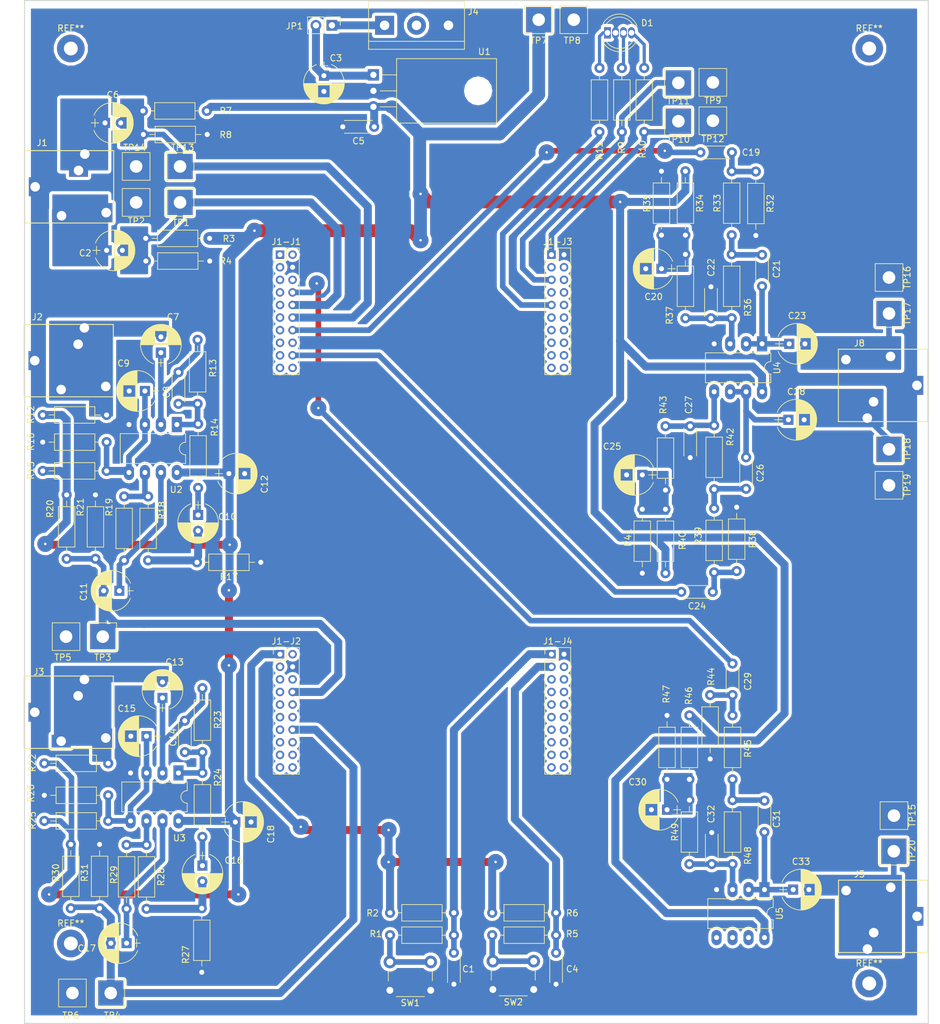
<source format=kicad_pcb>
(kicad_pcb (version 4) (host pcbnew 4.0.7-e2-6376~58~ubuntu16.04.1)
  (title_block (title "Tarjeta de expansión para el launchpad LAUNCHXL-F28377S") (date 2017-09-26) (rev V2) (company "LabDSP, UNAM") (comment 4 PCB))
  (layers (0 F.Cu signal) (31 B.Cu signal) (34 B.Paste user) (35 F.Paste user) (36 B.SilkS user) (37 F.SilkS user) (38 B.Mask user) (39 F.Mask user) (44 Edge.Cuts user))
  (net 0 "")
  (net 1 /Mic_Amp1/Voff)
  (net 2 GND)
  (net 3 /Mic_Amp1/Vpre)
  (net 4 +12V)
  (net 5 "Net-(C7-Pad1)")
  (net 6 "Net-(C8-Pad1)")
  (net 7 /Mic_Amp2/Voff)
  (net 8 "Net-(C10-Pad1)")
  (net 9 /Mic_Amp2/Vpre)
  (net 10 "Net-(C11-Pad1)")
  (net 11 /Mic_1)
  (net 12 /ADC_A0)
  (net 13 /Mic_2)
  (net 14 /ADC_A1)
  (net 15 "Net-(C13-Pad1)")
  (net 16 "Net-(C14-Pad1)")
  (net 17 "Net-(C16-Pad1)")
  (net 18 "Net-(C17-Pad1)")
  (net 19 /ADC_A2)
  (net 20 "Net-(C19-Pad1)")
  (net 21 "Net-(C20-Pad1)")
  (net 22 /ADC_A3)
  (net 23 /GPIO_2)
  (net 24 /Aux_L)
  (net 25 /ADC_B2)
  (net 26 "Net-(C3-Pad1)")
  (net 27 /GPIO_3)
  (net 28 /Aux_R)
  (net 29 "Net-(C21-Pad1)")
  (net 30 "Net-(C21-Pad2)")
  (net 31 /DAC_Filter1/Voff)
  (net 32 /Out_L)
  (net 33 "Net-(C24-Pad1)")
  (net 34 "Net-(C25-Pad1)")
  (net 35 "Net-(C26-Pad1)")
  (net 36 "Net-(C26-Pad2)")
  (net 37 /DAC_Filter2/Voff)
  (net 38 /Out_R)
  (net 39 "Net-(C29-Pad1)")
  (net 40 /ADC_B1)
  (net 41 "Net-(C30-Pad1)")
  (net 42 "Net-(C31-Pad1)")
  (net 43 "Net-(C31-Pad2)")
  (net 44 /DAC_Filter3/Voff)
  (net 45 /Out_M)
  (net 46 +3V3)
  (net 47 /PWM_8A)
  (net 48 /PWM_9A)
  (net 49 VCC)
  (net 50 "Net-(R1-Pad2)")
  (net 51 "Net-(R5-Pad2)")
  (net 52 "Net-(R18-Pad1)")
  (net 53 "Net-(R28-Pad1)")
  (net 54 "Net-(D1-Pad1)")
  (net 55 "Net-(D1-Pad3)")
  (net 56 "Net-(D1-Pad4)")
  (net 57 /ADC_B4)
  (net 58 /PWM_7A)
  (module Resistors_THT:R_Axial_DIN0207_L6.3mm_D2.5mm_P10.16mm_Horizontal (layer F.Cu) (at 217.7796 151.9682 90)
    (fp_text reference R40 (at 5.1562 2.6924 90) (layer F.SilkS))
    (fp_text value 10K)
    (pad 1 thru_hole circle (at 0 0 90) (size 1.6 1.6) (drill 0.8) (layers *.Cu *.Mask) (net 4 +12V))
    (pad 2 thru_hole oval (at 10.16 0 90) (size 1.6 1.6) (drill 0.8) (layers *.Cu *.Mask) (net 34 "Net-(C25-Pad1)"))
  )
  (module Capacitors_THT:CP_Radial_D6.3mm_P2.50mm (layer F.Cu) (at 134.9756 123.0122 180)
    (fp_text reference C9 (at 3.4036 4.3942 180) (layer F.SilkS))
    (fp_text value 2.2uF)
    (pad 1 thru_hole rect (at 0 0 180) (size 1.6 1.6) (drill 0.8) (layers *.Cu *.Mask) (net 1 /Mic_Amp1/Voff))
    (pad 2 thru_hole circle (at 2.5 0 180) (size 1.6 1.6) (drill 0.8) (layers *.Cu *.Mask) (net 2 GND))
  )
  (module Resistors_THT:R_Axial_DIN0207_L6.3mm_D2.5mm_P10.16mm_Horizontal (layer F.Cu) (at 143.3576 125.0442 90)
    (fp_text reference R13 (at 5.6642 2.4384 90) (layer F.SilkS))
    (fp_text value 68K)
    (pad 1 thru_hole circle (at 0 0 90) (size 1.6 1.6) (drill 0.8) (layers *.Cu *.Mask) (net 6 "Net-(C8-Pad1)"))
    (pad 2 thru_hole oval (at 10.16 0 90) (size 1.6 1.6) (drill 0.8) (layers *.Cu *.Mask) (net 5 "Net-(C7-Pad1)"))
  )
  (module Capacitors_THT:CP_Radial_D6.3mm_P2.50mm (layer F.Cu) (at 163.449 72.898 270)
    (fp_text reference C3 (at -2.794 -1.905 360) (layer F.SilkS))
    (fp_text value 10uF)
    (pad 1 thru_hole rect (at 0 0 270) (size 1.6 1.6) (drill 0.8) (layers *.Cu *.Mask) (net 26 "Net-(C3-Pad1)"))
    (pad 2 thru_hole circle (at 2.5 0 270) (size 1.6 1.6) (drill 0.8) (layers *.Cu *.Mask) (net 2 GND))
  )
  (module Capacitors_THT:CP_Radial_D6.3mm_P2.50mm (layer F.Cu) (at 128.6256 80.4037)
    (fp_text reference C6 (at 1.25 -4.46) (layer F.SilkS))
    (fp_text value 10uF)
    (pad 1 thru_hole rect (at 0 0) (size 1.6 1.6) (drill 0.8) (layers *.Cu *.Mask) (net 28 /Aux_R))
    (pad 2 thru_hole circle (at 2.5 0) (size 1.6 1.6) (drill 0.8) (layers *.Cu *.Mask) (net 25 /ADC_B2))
  )
  (module Capacitors_THT:CP_Radial_D6.3mm_P2.50mm (layer F.Cu) (at 137.5156 116.9162 90)
    (fp_text reference C7 (at 5.6642 1.9304 180) (layer F.SilkS))
    (fp_text value 2.2uF)
    (pad 1 thru_hole rect (at 0 0 90) (size 1.6 1.6) (drill 0.8) (layers *.Cu *.Mask) (net 5 "Net-(C7-Pad1)"))
    (pad 2 thru_hole circle (at 2.5 0 90) (size 1.6 1.6) (drill 0.8) (layers *.Cu *.Mask) (net 11 /Mic_1))
  )
  (module Capacitors_THT:C_Disc_D4.3mm_W1.9mm_P5.00mm (layer F.Cu) (at 140.3096 125.0442 90)
    (fp_text reference C8 (at 1.8542 -1.8796 90) (layer F.SilkS))
    (fp_text value 10pF)
    (pad 1 thru_hole circle (at 0 0 90) (size 1.6 1.6) (drill 0.8) (layers *.Cu *.Mask) (net 6 "Net-(C8-Pad1)"))
    (pad 2 thru_hole circle (at 5 0 90) (size 1.6 1.6) (drill 0.8) (layers *.Cu *.Mask) (net 5 "Net-(C7-Pad1)"))
  )
  (module Capacitors_THT:CP_Radial_D6.3mm_P2.50mm (layer F.Cu) (at 143.4338 142.7226 270)
    (fp_text reference C10 (at 0.2794 -4.6482 360) (layer F.SilkS))
    (fp_text value 2.2uF)
    (pad 1 thru_hole rect (at 0 0 270) (size 1.6 1.6) (drill 0.8) (layers *.Cu *.Mask) (net 8 "Net-(C10-Pad1)"))
    (pad 2 thru_hole circle (at 2.5 0 270) (size 1.6 1.6) (drill 0.8) (layers *.Cu *.Mask) (net 3 /Mic_Amp1/Vpre))
  )
  (module Capacitors_THT:CP_Radial_D6.3mm_P2.50mm (layer F.Cu) (at 130.9116 154.7622 180)
    (fp_text reference C11 (at 5.6896 -0.1778 270) (layer F.SilkS))
    (fp_text value 2.2uF)
    (pad 1 thru_hole rect (at 0 0 180) (size 1.6 1.6) (drill 0.8) (layers *.Cu *.Mask) (net 10 "Net-(C11-Pad1)"))
    (pad 2 thru_hole circle (at 2.5 0 180) (size 1.6 1.6) (drill 0.8) (layers *.Cu *.Mask) (net 19 /ADC_A2))
  )
  (module Capacitors_THT:CP_Radial_D6.3mm_P2.50mm (layer F.Cu) (at 148.336 136.144)
    (fp_text reference C12 (at 5.6642 1.6764 90) (layer F.SilkS))
    (fp_text value 2.2uF)
    (pad 1 thru_hole rect (at 0 0) (size 1.6 1.6) (drill 0.8) (layers *.Cu *.Mask) (net 4 +12V))
    (pad 2 thru_hole circle (at 2.5 0) (size 1.6 1.6) (drill 0.8) (layers *.Cu *.Mask) (net 2 GND))
  )
  (module Resistors_THT:R_Axial_DIN0207_L6.3mm_D2.5mm_P10.16mm_Horizontal (layer F.Cu) (at 184.1246 209.4992 180)
    (fp_text reference R1 (at 12.4206 0.2032 180) (layer F.SilkS))
    (fp_text value 1K)
    (pad 1 thru_hole circle (at 0 0 180) (size 1.6 1.6) (drill 0.8) (layers *.Cu *.Mask) (net 23 /GPIO_2))
    (pad 2 thru_hole oval (at 10.16 0 180) (size 1.6 1.6) (drill 0.8) (layers *.Cu *.Mask) (net 50 "Net-(R1-Pad2)"))
  )
  (module Resistors_THT:R_Axial_DIN0207_L6.3mm_D2.5mm_P10.16mm_Horizontal (layer F.Cu) (at 184.1246 205.9432 180)
    (fp_text reference R2 (at 12.9286 -0.0508 180) (layer F.SilkS))
    (fp_text value 10K)
    (pad 1 thru_hole circle (at 0 0 180) (size 1.6 1.6) (drill 0.8) (layers *.Cu *.Mask) (net 23 /GPIO_2))
    (pad 2 thru_hole oval (at 10.16 0 180) (size 1.6 1.6) (drill 0.8) (layers *.Cu *.Mask) (net 46 +3V3))
  )
  (module Resistors_THT:R_Axial_DIN0207_L6.3mm_D2.5mm_P10.16mm_Horizontal (layer F.Cu) (at 145.2626 98.7552 180)
    (fp_text reference R3 (at -3.0734 -0.0508 180) (layer F.SilkS))
    (fp_text value 10k)
    (pad 1 thru_hole circle (at 0 0 180) (size 1.6 1.6) (drill 0.8) (layers *.Cu *.Mask) (net 4 +12V))
    (pad 2 thru_hole oval (at 10.16 0 180) (size 1.6 1.6) (drill 0.8) (layers *.Cu *.Mask) (net 57 /ADC_B4))
  )
  (module Resistors_THT:R_Axial_DIN0207_L6.3mm_D2.5mm_P10.16mm_Horizontal (layer F.Cu) (at 135.128 102.362)
    (fp_text reference R4 (at 12.7 0) (layer F.SilkS))
    (fp_text value 1.5k)
    (pad 1 thru_hole circle (at 0 0) (size 1.6 1.6) (drill 0.8) (layers *.Cu *.Mask) (net 57 /ADC_B4))
    (pad 2 thru_hole oval (at 10.16 0) (size 1.6 1.6) (drill 0.8) (layers *.Cu *.Mask) (net 2 GND))
  )
  (module Resistors_THT:R_Axial_DIN0207_L6.3mm_D2.5mm_P10.16mm_Horizontal (layer F.Cu) (at 200.3806 209.4992 180)
    (fp_text reference R5 (at -2.5654 0.2032 180) (layer F.SilkS))
    (fp_text value 1K)
    (pad 1 thru_hole circle (at 0 0 180) (size 1.6 1.6) (drill 0.8) (layers *.Cu *.Mask) (net 27 /GPIO_3))
    (pad 2 thru_hole oval (at 10.16 0 180) (size 1.6 1.6) (drill 0.8) (layers *.Cu *.Mask) (net 51 "Net-(R5-Pad2)"))
  )
  (module Resistors_THT:R_Axial_DIN0207_L6.3mm_D2.5mm_P10.16mm_Horizontal (layer F.Cu) (at 200.3806 205.9432 180)
    (fp_text reference R6 (at -2.5654 -0.0508 180) (layer F.SilkS))
    (fp_text value 10K)
    (pad 1 thru_hole circle (at 0 0 180) (size 1.6 1.6) (drill 0.8) (layers *.Cu *.Mask) (net 27 /GPIO_3))
    (pad 2 thru_hole oval (at 10.16 0 180) (size 1.6 1.6) (drill 0.8) (layers *.Cu *.Mask) (net 46 +3V3))
  )
  (module Resistors_THT:R_Axial_DIN0207_L6.3mm_D2.5mm_P10.16mm_Horizontal (layer F.Cu) (at 144.8181 78.4987 180)
    (fp_text reference R7 (at -3.0099 0.0127 180) (layer F.SilkS))
    (fp_text value 10k)
    (pad 1 thru_hole circle (at 0 0 180) (size 1.6 1.6) (drill 0.8) (layers *.Cu *.Mask) (net 4 +12V))
    (pad 2 thru_hole oval (at 10.16 0 180) (size 1.6 1.6) (drill 0.8) (layers *.Cu *.Mask) (net 25 /ADC_B2))
  )
  (module Resistors_THT:R_Axial_DIN0207_L6.3mm_D2.5mm_P10.16mm_Horizontal (layer F.Cu) (at 134.7216 82.2452)
    (fp_text reference R8 (at 13.1064 0.0508) (layer F.SilkS))
    (fp_text value 1.5k)
    (pad 1 thru_hole circle (at 0 0) (size 1.6 1.6) (drill 0.8) (layers *.Cu *.Mask) (net 25 /ADC_B2))
    (pad 2 thru_hole oval (at 10.16 0) (size 1.6 1.6) (drill 0.8) (layers *.Cu *.Mask) (net 2 GND))
  )
  (module Resistors_THT:R_Axial_DIN0207_L6.3mm_D2.5mm_P10.16mm_Horizontal (layer F.Cu) (at 210.8454 81.8388 90)
    (fp_text reference R9 (at -2.4892 -0.0254 90) (layer F.SilkS))
    (fp_text value 330)
    (pad 1 thru_hole circle (at 0 0 90) (size 1.6 1.6) (drill 0.8) (layers *.Cu *.Mask) (net 47 /PWM_8A))
    (pad 2 thru_hole oval (at 10.16 0 90) (size 1.6 1.6) (drill 0.8) (layers *.Cu *.Mask) (net 55 "Net-(D1-Pad3)"))
  )
  (module Resistors_THT:R_Axial_DIN0207_L6.3mm_D2.5mm_P10.16mm_Horizontal (layer F.Cu) (at 214.4014 81.8388 90)
    (fp_text reference R10 (at -2.7432 -0.2794 90) (layer F.SilkS))
    (fp_text value 330)
    (pad 1 thru_hole circle (at 0 0 90) (size 1.6 1.6) (drill 0.8) (layers *.Cu *.Mask) (net 58 /PWM_7A))
    (pad 2 thru_hole oval (at 10.16 0 90) (size 1.6 1.6) (drill 0.8) (layers *.Cu *.Mask) (net 56 "Net-(D1-Pad4)"))
  )
  (module Resistors_THT:R_Axial_DIN0207_L6.3mm_D2.5mm_P10.16mm_Horizontal (layer F.Cu) (at 207.2894 81.8388 90)
    (fp_text reference R11 (at -2.9972 -0.0254 90) (layer F.SilkS))
    (fp_text value 330)
    (pad 1 thru_hole circle (at 0 0 90) (size 1.6 1.6) (drill 0.8) (layers *.Cu *.Mask) (net 48 /PWM_9A))
    (pad 2 thru_hole oval (at 10.16 0 90) (size 1.6 1.6) (drill 0.8) (layers *.Cu *.Mask) (net 54 "Net-(D1-Pad1)"))
  )
  (module Resistors_THT:R_Axial_DIN0207_L6.3mm_D2.5mm_P10.16mm_Horizontal (layer F.Cu) (at 118.7196 126.8222)
    (fp_text reference R12 (at -1.8796 -0.0762 90) (layer F.SilkS))
    (fp_text value 10K)
    (pad 1 thru_hole circle (at 0 0) (size 1.6 1.6) (drill 0.8) (layers *.Cu *.Mask) (net 4 +12V))
    (pad 2 thru_hole oval (at 10.16 0) (size 1.6 1.6) (drill 0.8) (layers *.Cu *.Mask) (net 11 /Mic_1))
  )
  (module Resistors_THT:R_Axial_DIN0207_L6.3mm_D2.5mm_P10.16mm_Horizontal (layer F.Cu) (at 143.4338 138.4046 90)
    (fp_text reference R14 (at 9.6266 2.6162 90) (layer F.SilkS))
    (fp_text value 47)
    (pad 1 thru_hole circle (at 0 0 90) (size 1.6 1.6) (drill 0.8) (layers *.Cu *.Mask) (net 8 "Net-(C10-Pad1)"))
    (pad 2 thru_hole oval (at 10.16 0 90) (size 1.6 1.6) (drill 0.8) (layers *.Cu *.Mask) (net 6 "Net-(C8-Pad1)"))
  )
  (module Resistors_THT:R_Axial_DIN0207_L6.3mm_D2.5mm_P10.16mm_Horizontal (layer F.Cu) (at 118.7196 135.7122)
    (fp_text reference R15 (at -1.8796 -0.0762 90) (layer F.SilkS))
    (fp_text value 10K)
    (pad 1 thru_hole circle (at 0 0) (size 1.6 1.6) (drill 0.8) (layers *.Cu *.Mask) (net 4 +12V))
    (pad 2 thru_hole oval (at 10.16 0) (size 1.6 1.6) (drill 0.8) (layers *.Cu *.Mask) (net 1 /Mic_Amp1/Voff))
  )
  (module Resistors_THT:R_Axial_DIN0207_L6.3mm_D2.5mm_P10.16mm_Horizontal (layer F.Cu) (at 128.8796 131.1402 180)
    (fp_text reference R16 (at 12.0396 0.0762 270) (layer F.SilkS))
    (fp_text value 10K)
    (pad 1 thru_hole circle (at 0 0 180) (size 1.6 1.6) (drill 0.8) (layers *.Cu *.Mask) (net 1 /Mic_Amp1/Voff))
    (pad 2 thru_hole oval (at 10.16 0 180) (size 1.6 1.6) (drill 0.8) (layers *.Cu *.Mask) (net 2 GND))
  )
  (module Resistors_THT:R_Axial_DIN0207_L6.3mm_D2.5mm_P10.16mm_Horizontal (layer F.Cu) (at 153.416 150.241 180)
    (fp_text reference R17 (at 5.08 -2.31 180) (layer F.SilkS))
    (fp_text value 68K)
    (pad 1 thru_hole circle (at 0 0 180) (size 1.6 1.6) (drill 0.8) (layers *.Cu *.Mask) (net 2 GND))
    (pad 2 thru_hole oval (at 10.16 0 180) (size 1.6 1.6) (drill 0.8) (layers *.Cu *.Mask) (net 3 /Mic_Amp1/Vpre))
  )
  (module Resistors_THT:R_Axial_DIN0207_L6.3mm_D2.5mm_P10.16mm_Horizontal (layer F.Cu) (at 135.4836 139.7762 270)
    (fp_text reference R18 (at 2.2098 -2.1844 270) (layer F.SilkS))
    (fp_text value 1.5K)
    (pad 1 thru_hole circle (at 0 0 270) (size 1.6 1.6) (drill 0.8) (layers *.Cu *.Mask) (net 52 "Net-(R18-Pad1)"))
    (pad 2 thru_hole oval (at 10.16 0 270) (size 1.6 1.6) (drill 0.8) (layers *.Cu *.Mask) (net 3 /Mic_Amp1/Vpre))
  )
  (module Resistors_THT:R_Axial_DIN0207_L6.3mm_D2.5mm_P10.16mm_Horizontal (layer F.Cu) (at 131.6736 139.7762 270)
    (fp_text reference R19 (at 1.7018 2.3876 270) (layer F.SilkS))
    (fp_text value 15K)
    (pad 1 thru_hole circle (at 0 0 270) (size 1.6 1.6) (drill 0.8) (layers *.Cu *.Mask) (net 52 "Net-(R18-Pad1)"))
    (pad 2 thru_hole oval (at 10.16 0 270) (size 1.6 1.6) (drill 0.8) (layers *.Cu *.Mask) (net 10 "Net-(C11-Pad1)"))
  )
  (module Resistors_THT:R_Axial_DIN0207_L6.3mm_D2.5mm_P10.16mm_Horizontal (layer F.Cu) (at 122.5296 139.5222 270)
    (fp_text reference R20 (at 2.2098 2.6416 270) (layer F.SilkS))
    (fp_text value 10K)
    (pad 1 thru_hole circle (at 0 0 270) (size 1.6 1.6) (drill 0.8) (layers *.Cu *.Mask) (net 4 +12V))
    (pad 2 thru_hole oval (at 10.16 0 270) (size 1.6 1.6) (drill 0.8) (layers *.Cu *.Mask) (net 19 /ADC_A2))
  )
  (module Housings_DIP:DIP-8_W7.62mm_LongPads (layer F.Cu) (at 140.0556 128.3462 270)
    (fp_text reference U2 (at 10.3378 0.1016 360) (layer F.SilkS))
    (fp_text value TL082)
    (pad 1 thru_hole rect (at 0 0 270) (size 2.4 1.6) (drill 0.8) (layers *.Cu *.Mask) (net 6 "Net-(C8-Pad1)"))
    (pad 5 thru_hole oval (at 7.62 7.62 270) (size 2.4 1.6) (drill 0.8) (layers *.Cu *.Mask) (net 1 /Mic_Amp1/Voff))
    (pad 2 thru_hole oval (at 0 2.54 270) (size 2.4 1.6) (drill 0.8) (layers *.Cu *.Mask) (net 5 "Net-(C7-Pad1)"))
    (pad 6 thru_hole oval (at 7.62 5.08 270) (size 2.4 1.6) (drill 0.8) (layers *.Cu *.Mask) (net 52 "Net-(R18-Pad1)"))
    (pad 3 thru_hole oval (at 0 5.08 270) (size 2.4 1.6) (drill 0.8) (layers *.Cu *.Mask) (net 1 /Mic_Amp1/Voff))
    (pad 7 thru_hole oval (at 7.62 2.54 270) (size 2.4 1.6) (drill 0.8) (layers *.Cu *.Mask) (net 10 "Net-(C11-Pad1)"))
    (pad 4 thru_hole oval (at 0 7.62 270) (size 2.4 1.6) (drill 0.8) (layers *.Cu *.Mask) (net 2 GND))
    (pad 8 thru_hole oval (at 7.62 0 270) (size 2.4 1.6) (drill 0.8) (layers *.Cu *.Mask) (net 4 +12V))
  )
  (module My_Connectors:PJ-324 (layer F.Cu) (at 117.5131 90.5637)
    (fp_text reference J1 (at 1.1049 -6.9977) (layer F.SilkS))
    (fp_text value JACK_PJ324)
    (pad 1 thru_hole rect (at 0 0) (size 2 3) (drill 1.524) (layers *.Cu *.Mask) (net 2 GND))
    (pad 5 thru_hole rect (at 4.2 4.6 90) (size 2 3) (drill 1.524) (layers *.Cu *.Mask) (net 24 /Aux_L))
    (pad 3 thru_hole rect (at 6.9 -2.6 90) (size 2 3) (drill 1.524) (layers *.Cu *.Mask) (net 28 /Aux_R))
    (pad 2 thru_hole rect (at 7.9 -5.2 90) (size 2 3) (drill 1.524) (layers *.Cu *.Mask) (net 28 /Aux_R))
    (pad 4 thru_hole rect (at 11.3 4.1) (size 2 3) (drill 1.524) (layers *.Cu *.Mask) (net 24 /Aux_L))
  )
  (module My_Connectors:PJ-324 (layer F.Cu) (at 117.4496 118.1862)
    (fp_text reference J2 (at 0.4064 -6.9342) (layer F.SilkS))
    (fp_text value JACK_PJ324)
    (pad 1 thru_hole rect (at 0 0) (size 2 3) (drill 1.524) (layers *.Cu *.Mask) (net 2 GND))
    (pad 5 thru_hole rect (at 4.2 4.6 90) (size 2 3) (drill 1.524) (layers *.Cu *.Mask) (net 11 /Mic_1))
    (pad 3 thru_hole rect (at 6.9 -2.6 90) (size 2 3) (drill 1.524) (layers *.Cu *.Mask) (net 11 /Mic_1))
    (pad 2 thru_hole rect (at 7.9 -5.2 90) (size 2 3) (drill 1.524) (layers *.Cu *.Mask) (net 11 /Mic_1))
    (pad 4 thru_hole rect (at 11.3 4.1) (size 2 3) (drill 1.524) (layers *.Cu *.Mask) (net 11 /Mic_1))
  )
  (module Capacitors_THT:CP_Radial_D6.3mm_P2.50mm (layer F.Cu) (at 137.7696 171.7802 90)
    (fp_text reference C13 (at 5.6642 1.9304 180) (layer F.SilkS))
    (fp_text value 2.2uF)
    (pad 1 thru_hole rect (at 0 0 90) (size 1.6 1.6) (drill 0.8) (layers *.Cu *.Mask) (net 15 "Net-(C13-Pad1)"))
    (pad 2 thru_hole circle (at 2.5 0 90) (size 1.6 1.6) (drill 0.8) (layers *.Cu *.Mask) (net 13 /Mic_2))
  )
  (module Capacitors_THT:C_Disc_D4.3mm_W1.9mm_P5.00mm (layer F.Cu) (at 141.3256 180.4162 90)
    (fp_text reference C14 (at 2.3622 -1.8796 90) (layer F.SilkS))
    (fp_text value 10pF)
    (pad 1 thru_hole circle (at 0 0 90) (size 1.6 1.6) (drill 0.8) (layers *.Cu *.Mask) (net 16 "Net-(C14-Pad1)"))
    (pad 2 thru_hole circle (at 5 0 90) (size 1.6 1.6) (drill 0.8) (layers *.Cu *.Mask) (net 15 "Net-(C13-Pad1)"))
  )
  (module Capacitors_THT:CP_Radial_D6.3mm_P2.50mm (layer F.Cu) (at 135.2296 177.8762 180)
    (fp_text reference C15 (at 3.1496 4.3942 180) (layer F.SilkS))
    (fp_text value 2.2uF)
    (pad 1 thru_hole rect (at 0 0 180) (size 1.6 1.6) (drill 0.8) (layers *.Cu *.Mask) (net 7 /Mic_Amp2/Voff))
    (pad 2 thru_hole circle (at 2.5 0 180) (size 1.6 1.6) (drill 0.8) (layers *.Cu *.Mask) (net 2 GND))
  )
  (module Capacitors_THT:CP_Radial_D6.3mm_P2.50mm (layer F.Cu) (at 144.1196 198.4502 270)
    (fp_text reference C16 (at -0.8382 -4.9784 360) (layer F.SilkS))
    (fp_text value 2.2uF)
    (pad 1 thru_hole rect (at 0 0 270) (size 1.6 1.6) (drill 0.8) (layers *.Cu *.Mask) (net 17 "Net-(C16-Pad1)"))
    (pad 2 thru_hole circle (at 2.5 0 270) (size 1.6 1.6) (drill 0.8) (layers *.Cu *.Mask) (net 9 /Mic_Amp2/Vpre))
  )
  (module Capacitors_THT:CP_Radial_D6.3mm_P2.50mm (layer F.Cu) (at 132.0546 210.7692 180)
    (fp_text reference C17 (at 6.3246 -0.8128 180) (layer F.SilkS))
    (fp_text value 2.2uF)
    (pad 1 thru_hole rect (at 0 0 180) (size 1.6 1.6) (drill 0.8) (layers *.Cu *.Mask) (net 18 "Net-(C17-Pad1)"))
    (pad 2 thru_hole circle (at 2.5 0 180) (size 1.6 1.6) (drill 0.8) (layers *.Cu *.Mask) (net 22 /ADC_A3))
  )
  (module Capacitors_THT:CP_Radial_D6.3mm_P2.50mm (layer F.Cu) (at 149.352 191.516)
    (fp_text reference C18 (at 5.6642 1.9304 90) (layer F.SilkS))
    (fp_text value 2.2uF)
    (pad 1 thru_hole rect (at 0 0) (size 1.6 1.6) (drill 0.8) (layers *.Cu *.Mask) (net 4 +12V))
    (pad 2 thru_hole circle (at 2.5 0) (size 1.6 1.6) (drill 0.8) (layers *.Cu *.Mask) (net 2 GND))
  )
  (module Capacitors_THT:CP_Radial_D6.3mm_P2.50mm (layer F.Cu) (at 237.4646 115.5192)
    (fp_text reference C23 (at 1.25 -4.46) (layer F.SilkS))
    (fp_text value 10uF)
    (pad 1 thru_hole rect (at 0 0) (size 1.6 1.6) (drill 0.8) (layers *.Cu *.Mask) (net 29 "Net-(C21-Pad1)"))
    (pad 2 thru_hole circle (at 2.5 0) (size 1.6 1.6) (drill 0.8) (layers *.Cu *.Mask) (net 32 /Out_L))
  )
  (module My_Connectors:PJ-324 (layer F.Cu) (at 117.4496 174.0662)
    (fp_text reference J3 (at 0.6604 -6.4262) (layer F.SilkS))
    (fp_text value JACK_PJ324)
    (pad 1 thru_hole rect (at 0 0) (size 2 3) (drill 1.524) (layers *.Cu *.Mask) (net 2 GND))
    (pad 5 thru_hole rect (at 4.2 4.6 90) (size 2 3) (drill 1.524) (layers *.Cu *.Mask) (net 13 /Mic_2))
    (pad 3 thru_hole rect (at 6.9 -2.6 90) (size 2 3) (drill 1.524) (layers *.Cu *.Mask) (net 13 /Mic_2))
    (pad 2 thru_hole rect (at 7.9 -5.2 90) (size 2 3) (drill 1.524) (layers *.Cu *.Mask) (net 13 /Mic_2))
    (pad 4 thru_hole rect (at 11.3 4.1) (size 2 3) (drill 1.524) (layers *.Cu *.Mask) (net 13 /Mic_2))
  )
  (module Resistors_THT:R_Axial_DIN0207_L6.3mm_D2.5mm_P10.16mm_Horizontal (layer F.Cu) (at 127.1016 139.5222 270)
    (fp_text reference R21 (at 1.9558 2.3876 270) (layer F.SilkS))
    (fp_text value 1.5K)
    (pad 1 thru_hole circle (at 0 0 270) (size 1.6 1.6) (drill 0.8) (layers *.Cu *.Mask) (net 2 GND))
    (pad 2 thru_hole oval (at 10.16 0 270) (size 1.6 1.6) (drill 0.8) (layers *.Cu *.Mask) (net 19 /ADC_A2))
  )
  (module Resistors_THT:R_Axial_DIN0207_L6.3mm_D2.5mm_P10.16mm_Horizontal (layer F.Cu) (at 118.9736 182.1942)
    (fp_text reference R22 (at -1.8796 -0.0762 90) (layer F.SilkS))
    (fp_text value 10K)
    (pad 1 thru_hole circle (at 0 0) (size 1.6 1.6) (drill 0.8) (layers *.Cu *.Mask) (net 4 +12V))
    (pad 2 thru_hole oval (at 10.16 0) (size 1.6 1.6) (drill 0.8) (layers *.Cu *.Mask) (net 13 /Mic_2))
  )
  (module Resistors_THT:R_Axial_DIN0207_L6.3mm_D2.5mm_P10.16mm_Horizontal (layer F.Cu) (at 144.1196 180.4162 90)
    (fp_text reference R23 (at 5.1562 2.4384 90) (layer F.SilkS))
    (fp_text value 68K)
    (pad 1 thru_hole circle (at 0 0 90) (size 1.6 1.6) (drill 0.8) (layers *.Cu *.Mask) (net 16 "Net-(C14-Pad1)"))
    (pad 2 thru_hole oval (at 10.16 0 90) (size 1.6 1.6) (drill 0.8) (layers *.Cu *.Mask) (net 15 "Net-(C13-Pad1)"))
  )
  (module Resistors_THT:R_Axial_DIN0207_L6.3mm_D2.5mm_P10.16mm_Horizontal (layer F.Cu) (at 144.1196 193.8782 90)
    (fp_text reference R24 (at 9.4742 2.4384 90) (layer F.SilkS))
    (fp_text value 47)
    (pad 1 thru_hole circle (at 0 0 90) (size 1.6 1.6) (drill 0.8) (layers *.Cu *.Mask) (net 17 "Net-(C16-Pad1)"))
    (pad 2 thru_hole oval (at 10.16 0 90) (size 1.6 1.6) (drill 0.8) (layers *.Cu *.Mask) (net 16 "Net-(C14-Pad1)"))
  )
  (module Resistors_THT:R_Axial_DIN0207_L6.3mm_D2.5mm_P10.16mm_Horizontal (layer F.Cu) (at 118.9736 191.3382)
    (fp_text reference R25 (at -1.8796 -0.0762 90) (layer F.SilkS))
    (fp_text value 10K)
    (pad 1 thru_hole circle (at 0 0) (size 1.6 1.6) (drill 0.8) (layers *.Cu *.Mask) (net 4 +12V))
    (pad 2 thru_hole oval (at 10.16 0) (size 1.6 1.6) (drill 0.8) (layers *.Cu *.Mask) (net 7 /Mic_Amp2/Voff))
  )
  (module Resistors_THT:R_Axial_DIN0207_L6.3mm_D2.5mm_P10.16mm_Horizontal (layer F.Cu) (at 129.1336 187.2742 180)
    (fp_text reference R26 (at 12.2936 0.3302 270) (layer F.SilkS))
    (fp_text value 10K)
    (pad 1 thru_hole circle (at 0 0 180) (size 1.6 1.6) (drill 0.8) (layers *.Cu *.Mask) (net 7 /Mic_Amp2/Voff))
    (pad 2 thru_hole oval (at 10.16 0 180) (size 1.6 1.6) (drill 0.8) (layers *.Cu *.Mask) (net 2 GND))
  )
  (module Resistors_THT:R_Axial_DIN0207_L6.3mm_D2.5mm_P10.16mm_Horizontal (layer F.Cu) (at 144.018 215.392 90)
    (fp_text reference R27 (at 2.794 -2.54 90) (layer F.SilkS))
    (fp_text value 68K)
    (pad 1 thru_hole circle (at 0 0 90) (size 1.6 1.6) (drill 0.8) (layers *.Cu *.Mask) (net 2 GND))
    (pad 2 thru_hole oval (at 10.16 0 90) (size 1.6 1.6) (drill 0.8) (layers *.Cu *.Mask) (net 9 /Mic_Amp2/Vpre))
  )
  (module Resistors_THT:R_Axial_DIN0207_L6.3mm_D2.5mm_P10.16mm_Horizontal (layer F.Cu) (at 135.2296 195.1482 270)
    (fp_text reference R28 (at 5.08 -2.31 270) (layer F.SilkS))
    (fp_text value 1.5K)
    (pad 1 thru_hole circle (at 0 0 270) (size 1.6 1.6) (drill 0.8) (layers *.Cu *.Mask) (net 53 "Net-(R28-Pad1)"))
    (pad 2 thru_hole oval (at 10.16 0 270) (size 1.6 1.6) (drill 0.8) (layers *.Cu *.Mask) (net 9 /Mic_Amp2/Vpre))
  )
  (module Resistors_THT:R_Axial_DIN0207_L6.3mm_D2.5mm_P10.16mm_Horizontal (layer F.Cu) (at 132.0546 195.1482 270)
    (fp_text reference R29 (at 4.7498 2.0066 270) (layer F.SilkS))
    (fp_text value 15K)
    (pad 1 thru_hole circle (at 0 0 270) (size 1.6 1.6) (drill 0.8) (layers *.Cu *.Mask) (net 53 "Net-(R28-Pad1)"))
    (pad 2 thru_hole oval (at 10.16 0 270) (size 1.6 1.6) (drill 0.8) (layers *.Cu *.Mask) (net 18 "Net-(C17-Pad1)"))
  )
  (module Resistors_THT:R_Axial_DIN0207_L6.3mm_D2.5mm_P10.16mm_Horizontal (layer F.Cu) (at 123.19 195.072 270)
    (fp_text reference R30 (at 4.4958 2.3876 270) (layer F.SilkS))
    (fp_text value 10K)
    (pad 1 thru_hole circle (at 0 0 270) (size 1.6 1.6) (drill 0.8) (layers *.Cu *.Mask) (net 4 +12V))
    (pad 2 thru_hole oval (at 10.16 0 270) (size 1.6 1.6) (drill 0.8) (layers *.Cu *.Mask) (net 22 /ADC_A3))
  )
  (module Resistors_THT:R_Axial_DIN0207_L6.3mm_D2.5mm_P10.16mm_Horizontal (layer F.Cu) (at 127.762 195.072 270)
    (fp_text reference R31 (at 4.4958 2.3876 270) (layer F.SilkS))
    (fp_text value 1.5K)
    (pad 1 thru_hole circle (at 0 0 270) (size 1.6 1.6) (drill 0.8) (layers *.Cu *.Mask) (net 2 GND))
    (pad 2 thru_hole oval (at 10.16 0 270) (size 1.6 1.6) (drill 0.8) (layers *.Cu *.Mask) (net 22 /ADC_A3))
  )
  (module Resistors_THT:R_Axial_DIN0207_L6.3mm_D2.5mm_P10.16mm_Horizontal (layer F.Cu) (at 232.156 88.138 270)
    (fp_text reference R32 (at 5.08 -2.31 270) (layer F.SilkS))
    (fp_text value 1.2M)
    (pad 1 thru_hole circle (at 0 0 270) (size 1.6 1.6) (drill 0.8) (layers *.Cu *.Mask) (net 20 "Net-(C19-Pad1)"))
    (pad 2 thru_hole oval (at 10.16 0 270) (size 1.6 1.6) (drill 0.8) (layers *.Cu *.Mask) (net 2 GND))
  )
  (module Resistors_THT:R_Axial_DIN0207_L6.3mm_D2.5mm_P10.16mm_Horizontal (layer F.Cu) (at 228.3206 98.2472 90)
    (fp_text reference R33 (at 5.08 -2.31 90) (layer F.SilkS))
    (fp_text value 5.1K)
    (pad 1 thru_hole circle (at 0 0 90) (size 1.6 1.6) (drill 0.8) (layers *.Cu *.Mask) (net 30 "Net-(C21-Pad2)"))
    (pad 2 thru_hole oval (at 10.16 0 90) (size 1.6 1.6) (drill 0.8) (layers *.Cu *.Mask) (net 20 "Net-(C19-Pad1)"))
  )
  (module Resistors_THT:R_Axial_DIN0207_L6.3mm_D2.5mm_P10.16mm_Horizontal (layer F.Cu) (at 220.9546 88.0872 270)
    (fp_text reference R34 (at 5.08 -2.31 270) (layer F.SilkS))
    (fp_text value 10K)
    (pad 1 thru_hole circle (at 0 0 270) (size 1.6 1.6) (drill 0.8) (layers *.Cu *.Mask) (net 4 +12V))
    (pad 2 thru_hole oval (at 10.16 0 270) (size 1.6 1.6) (drill 0.8) (layers *.Cu *.Mask) (net 21 "Net-(C20-Pad1)"))
  )
  (module Resistors_THT:R_Axial_DIN0207_L6.3mm_D2.5mm_P10.16mm_Horizontal (layer F.Cu) (at 217.1446 98.2472 90)
    (fp_text reference R35 (at 5.08 -2.31 90) (layer F.SilkS))
    (fp_text value 10K)
    (pad 1 thru_hole circle (at 0 0 90) (size 1.6 1.6) (drill 0.8) (layers *.Cu *.Mask) (net 21 "Net-(C20-Pad1)"))
    (pad 2 thru_hole oval (at 10.16 0 90) (size 1.6 1.6) (drill 0.8) (layers *.Cu *.Mask) (net 2 GND))
  )
  (module Resistors_THT:R_Axial_DIN0207_L6.3mm_D2.5mm_P10.16mm_Horizontal (layer F.Cu) (at 228.3206 111.4552 90)
    (fp_text reference R36 (at 1.7272 2.5654 90) (layer F.SilkS))
    (fp_text value 10K)
    (pad 1 thru_hole circle (at 0 0 90) (size 1.6 1.6) (drill 0.8) (layers *.Cu *.Mask) (net 31 /DAC_Filter1/Voff))
    (pad 2 thru_hole oval (at 10.16 0 90) (size 1.6 1.6) (drill 0.8) (layers *.Cu *.Mask) (net 30 "Net-(C21-Pad2)"))
  )
  (module Resistors_THT:R_Axial_DIN0207_L6.3mm_D2.5mm_P10.16mm_Horizontal (layer F.Cu) (at 220.9546 111.4552 90)
    (fp_text reference R37 (at 0.4572 -2.5146 270) (layer F.SilkS))
    (fp_text value 1M)
    (pad 1 thru_hole circle (at 0 0 90) (size 1.6 1.6) (drill 0.8) (layers *.Cu *.Mask) (net 31 /DAC_Filter1/Voff))
    (pad 2 thru_hole oval (at 10.16 0 90) (size 1.6 1.6) (drill 0.8) (layers *.Cu *.Mask) (net 21 "Net-(C20-Pad1)"))
  )
  (module Resistors_THT:R_Axial_DIN0207_L6.3mm_D2.5mm_P10.16mm_Horizontal (layer F.Cu) (at 229.108 151.638 90)
    (fp_text reference R38 (at 5.08 2.54 90) (layer F.SilkS))
    (fp_text value 1.2M)
    (pad 1 thru_hole circle (at 0 0 90) (size 1.6 1.6) (drill 0.8) (layers *.Cu *.Mask) (net 33 "Net-(C24-Pad1)"))
    (pad 2 thru_hole oval (at 10.16 0 90) (size 1.6 1.6) (drill 0.8) (layers *.Cu *.Mask) (net 2 GND))
  )
  (module Resistors_THT:R_Axial_DIN0207_L6.3mm_D2.5mm_P10.16mm_Horizontal (layer F.Cu) (at 225.5266 141.6812 270)
    (fp_text reference R39 (at 4.3688 2.5146 270) (layer F.SilkS))
    (fp_text value 5.1K)
    (pad 1 thru_hole circle (at 0 0 270) (size 1.6 1.6) (drill 0.8) (layers *.Cu *.Mask) (net 36 "Net-(C26-Pad2)"))
    (pad 2 thru_hole oval (at 10.16 0 270) (size 1.6 1.6) (drill 0.8) (layers *.Cu *.Mask) (net 33 "Net-(C24-Pad1)"))
  )
  (module Housings_DIP:DIP-8_W7.62mm_LongPads (layer F.Cu) (at 140.3096 183.7182 270)
    (fp_text reference U3 (at 10.3378 -0.1524 360) (layer F.SilkS))
    (fp_text value TL082)
    (pad 1 thru_hole rect (at 0 0 270) (size 2.4 1.6) (drill 0.8) (layers *.Cu *.Mask) (net 16 "Net-(C14-Pad1)"))
    (pad 5 thru_hole oval (at 7.62 7.62 270) (size 2.4 1.6) (drill 0.8) (layers *.Cu *.Mask) (net 7 /Mic_Amp2/Voff))
    (pad 2 thru_hole oval (at 0 2.54 270) (size 2.4 1.6) (drill 0.8) (layers *.Cu *.Mask) (net 15 "Net-(C13-Pad1)"))
    (pad 6 thru_hole oval (at 7.62 5.08 270) (size 2.4 1.6) (drill 0.8) (layers *.Cu *.Mask) (net 53 "Net-(R28-Pad1)"))
    (pad 3 thru_hole oval (at 0 5.08 270) (size 2.4 1.6) (drill 0.8) (layers *.Cu *.Mask) (net 7 /Mic_Amp2/Voff))
    (pad 7 thru_hole oval (at 7.62 2.54 270) (size 2.4 1.6) (drill 0.8) (layers *.Cu *.Mask) (net 18 "Net-(C17-Pad1)"))
    (pad 4 thru_hole oval (at 0 7.62 270) (size 2.4 1.6) (drill 0.8) (layers *.Cu *.Mask) (net 2 GND))
    (pad 8 thru_hole oval (at 7.62 0 270) (size 2.4 1.6) (drill 0.8) (layers *.Cu *.Mask) (net 4 +12V))
  )
  (module Housings_DIP:DIP-8_W7.62mm_LongPads (layer F.Cu) (at 233.1466 115.5192 270)
    (fp_text reference U4 (at 3.81 -2.39 270) (layer F.SilkS))
    (fp_text value TL082)
    (pad 1 thru_hole rect (at 0 0 270) (size 2.4 1.6) (drill 0.8) (layers *.Cu *.Mask) (net 29 "Net-(C21-Pad1)"))
    (pad 5 thru_hole oval (at 7.62 7.62 270) (size 2.4 1.6) (drill 0.8) (layers *.Cu *.Mask) (net 37 /DAC_Filter2/Voff))
    (pad 2 thru_hole oval (at 0 2.54 270) (size 2.4 1.6) (drill 0.8) (layers *.Cu *.Mask) (net 29 "Net-(C21-Pad1)"))
    (pad 6 thru_hole oval (at 7.62 5.08 270) (size 2.4 1.6) (drill 0.8) (layers *.Cu *.Mask) (net 35 "Net-(C26-Pad1)"))
    (pad 3 thru_hole oval (at 0 5.08 270) (size 2.4 1.6) (drill 0.8) (layers *.Cu *.Mask) (net 31 /DAC_Filter1/Voff))
    (pad 7 thru_hole oval (at 7.62 2.54 270) (size 2.4 1.6) (drill 0.8) (layers *.Cu *.Mask) (net 35 "Net-(C26-Pad1)"))
    (pad 4 thru_hole oval (at 0 7.62 270) (size 2.4 1.6) (drill 0.8) (layers *.Cu *.Mask) (net 2 GND))
    (pad 8 thru_hole oval (at 7.62 0 270) (size 2.4 1.6) (drill 0.8) (layers *.Cu *.Mask) (net 4 +12V))
  )
  (module Capacitors_THT:CP_Radial_D6.3mm_P2.50mm (layer F.Cu) (at 214.0966 136.3472 180)
    (fp_text reference C25 (at 4.8006 4.5212 180) (layer F.SilkS))
    (fp_text value 10uF)
    (pad 1 thru_hole rect (at 0 0 180) (size 1.6 1.6) (drill 0.8) (layers *.Cu *.Mask) (net 34 "Net-(C25-Pad1)"))
    (pad 2 thru_hole circle (at 2.5 0 180) (size 1.6 1.6) (drill 0.8) (layers *.Cu *.Mask) (net 2 GND))
  )
  (module Capacitors_THT:C_Disc_D4.3mm_W1.9mm_P5.00mm (layer F.Cu) (at 230.6066 133.5532 270)
    (fp_text reference C26 (at 2.5 -2.26 270) (layer F.SilkS))
    (fp_text value 2.2nF)
    (pad 1 thru_hole circle (at 0 0 270) (size 1.6 1.6) (drill 0.8) (layers *.Cu *.Mask) (net 35 "Net-(C26-Pad1)"))
    (pad 2 thru_hole circle (at 5 0 270) (size 1.6 1.6) (drill 0.8) (layers *.Cu *.Mask) (net 36 "Net-(C26-Pad2)"))
  )
  (module Capacitors_THT:C_Disc_D4.3mm_W1.9mm_P5.00mm (layer F.Cu) (at 221.7166 128.6002 270)
    (fp_text reference C27 (at -3.3782 0.2286 270) (layer F.SilkS))
    (fp_text value 1nF)
    (pad 1 thru_hole circle (at 0 0 270) (size 1.6 1.6) (drill 0.8) (layers *.Cu *.Mask) (net 37 /DAC_Filter2/Voff))
    (pad 2 thru_hole circle (at 5 0 270) (size 1.6 1.6) (drill 0.8) (layers *.Cu *.Mask) (net 2 GND))
  )
  (module Capacitors_THT:CP_Radial_D6.3mm_P2.50mm (layer F.Cu) (at 237.3376 127.5842)
    (fp_text reference C28 (at 1.25 -4.46) (layer F.SilkS))
    (fp_text value 10uF)
    (pad 1 thru_hole rect (at 0 0) (size 1.6 1.6) (drill 0.8) (layers *.Cu *.Mask) (net 35 "Net-(C26-Pad1)"))
    (pad 2 thru_hole circle (at 2.5 0) (size 1.6 1.6) (drill 0.8) (layers *.Cu *.Mask) (net 38 /Out_R))
  )
  (module Capacitors_THT:C_Disc_D4.3mm_W1.9mm_P5.00mm (layer F.Cu) (at 228.4476 171.3357 90)
    (fp_text reference C29 (at 2.1717 2.4384 90) (layer F.SilkS))
    (fp_text value 220nF)
    (pad 1 thru_hole circle (at 0 0 90) (size 1.6 1.6) (drill 0.8) (layers *.Cu *.Mask) (net 39 "Net-(C29-Pad1)"))
    (pad 2 thru_hole circle (at 5 0 90) (size 1.6 1.6) (drill 0.8) (layers *.Cu *.Mask) (net 40 /ADC_B1))
  )
  (module Capacitors_THT:CP_Radial_D6.3mm_P2.50mm (layer F.Cu) (at 218.0336 189.5602 180)
    (fp_text reference C30 (at 4.6736 4.3942 180) (layer F.SilkS))
    (fp_text value 10uF)
    (pad 1 thru_hole rect (at 0 0 180) (size 1.6 1.6) (drill 0.8) (layers *.Cu *.Mask) (net 41 "Net-(C30-Pad1)"))
    (pad 2 thru_hole circle (at 2.5 0 180) (size 1.6 1.6) (drill 0.8) (layers *.Cu *.Mask) (net 2 GND))
  )
  (module Capacitors_THT:C_Disc_D4.3mm_W1.9mm_P5.00mm (layer F.Cu) (at 233.5276 193.1162 90)
    (fp_text reference C31 (at 2.1082 1.9304 90) (layer F.SilkS))
    (fp_text value 2.2nF)
    (pad 1 thru_hole circle (at 0 0 90) (size 1.6 1.6) (drill 0.8) (layers *.Cu *.Mask) (net 42 "Net-(C31-Pad1)"))
    (pad 2 thru_hole circle (at 5 0 90) (size 1.6 1.6) (drill 0.8) (layers *.Cu *.Mask) (net 43 "Net-(C31-Pad2)"))
  )
  (module Capacitors_THT:C_Disc_D4.3mm_W1.9mm_P5.00mm (layer F.Cu) (at 225.1456 198.1962 90)
    (fp_text reference C32 (at 7.9502 -0.1016 90) (layer F.SilkS))
    (fp_text value 1nF)
    (pad 1 thru_hole circle (at 0 0 90) (size 1.6 1.6) (drill 0.8) (layers *.Cu *.Mask) (net 44 /DAC_Filter3/Voff))
    (pad 2 thru_hole circle (at 5 0 90) (size 1.6 1.6) (drill 0.8) (layers *.Cu *.Mask) (net 2 GND))
  )
  (module Capacitors_THT:CP_Radial_D6.3mm_P2.50mm (layer F.Cu) (at 238.0996 202.2602)
    (fp_text reference C33 (at 1.25 -4.46) (layer F.SilkS))
    (fp_text value 10uF)
    (pad 1 thru_hole rect (at 0 0) (size 1.6 1.6) (drill 0.8) (layers *.Cu *.Mask) (net 42 "Net-(C31-Pad1)"))
    (pad 2 thru_hole circle (at 2.5 0) (size 1.6 1.6) (drill 0.8) (layers *.Cu *.Mask) (net 45 /Out_M))
  )
  (module My_Connectors:PJ-324 (layer F.Cu) (at 257.81 206.502 180)
    (fp_text reference J5 (at 9.16432 6.70052 180) (layer F.SilkS))
    (fp_text value JACK_PJ324)
    (pad 1 thru_hole rect (at 0 0 180) (size 2 3) (drill 1.524) (layers *.Cu *.Mask) (net 2 GND))
    (pad 5 thru_hole rect (at 4.2 4.6 270) (size 2 3) (drill 1.524) (layers *.Cu *.Mask) (net 45 /Out_M))
    (pad 3 thru_hole rect (at 6.9 -2.6 270) (size 2 3) (drill 1.524) (layers *.Cu *.Mask) (net 45 /Out_M))
    (pad 2 thru_hole rect (at 7.9 -5.2 270) (size 2 3) (drill 1.524) (layers *.Cu *.Mask) (net 45 /Out_M))
    (pad 4 thru_hole rect (at 11.3 4.1 180) (size 2 3) (drill 1.524) (layers *.Cu *.Mask) (net 45 /Out_M))
  )
  (module My_Connectors:PJ-324 (layer F.Cu) (at 257.7846 122.1232 180)
    (fp_text reference J8 (at 9.16432 6.70052 180) (layer F.SilkS))
    (fp_text value JACK_PJ324)
    (pad 1 thru_hole rect (at 0 0 180) (size 2 3) (drill 1.524) (layers *.Cu *.Mask) (net 2 GND))
    (pad 5 thru_hole rect (at 4.2 4.6 270) (size 2 3) (drill 1.524) (layers *.Cu *.Mask) (net 32 /Out_L))
    (pad 3 thru_hole rect (at 6.9 -2.6 270) (size 2 3) (drill 1.524) (layers *.Cu *.Mask) (net 38 /Out_R))
    (pad 2 thru_hole rect (at 7.9 -5.2 270) (size 2 3) (drill 1.524) (layers *.Cu *.Mask) (net 38 /Out_R))
    (pad 4 thru_hole rect (at 11.3 4.1 180) (size 2 3) (drill 1.524) (layers *.Cu *.Mask) (net 32 /Out_L))
  )
  (module Pin_Headers:Pin_Header_Straight_1x02_Pitch2.54mm (layer F.Cu) (at 164.719 64.897 270)
    (fp_text reference JP1 (at 0.127 5.969 540) (layer F.SilkS))
    (fp_text value Jumper)
    (pad 1 thru_hole rect (at 0 0 270) (size 1.7 1.7) (drill 1) (layers *.Cu *.Mask) (net 49 VCC))
    (pad 2 thru_hole oval (at 0 2.54 270) (size 1.7 1.7) (drill 1) (layers *.Cu *.Mask) (net 26 "Net-(C3-Pad1)"))
  )
  (module Resistors_THT:R_Axial_DIN0207_L6.3mm_D2.5mm_P10.16mm_Horizontal (layer F.Cu) (at 214.0966 141.8082 270)
    (fp_text reference R41 (at 4.4958 2.2606 270) (layer F.SilkS))
    (fp_text value 10K)
    (pad 1 thru_hole circle (at 0 0 270) (size 1.6 1.6) (drill 0.8) (layers *.Cu *.Mask) (net 34 "Net-(C25-Pad1)"))
    (pad 2 thru_hole oval (at 10.16 0 270) (size 1.6 1.6) (drill 0.8) (layers *.Cu *.Mask) (net 2 GND))
  )
  (module Resistors_THT:R_Axial_DIN0207_L6.3mm_D2.5mm_P10.16mm_Horizontal (layer F.Cu) (at 225.5266 128.4732 270)
    (fp_text reference R42 (at 1.8288 -2.5654 270) (layer F.SilkS))
    (fp_text value 10K)
    (pad 1 thru_hole circle (at 0 0 270) (size 1.6 1.6) (drill 0.8) (layers *.Cu *.Mask) (net 37 /DAC_Filter2/Voff))
    (pad 2 thru_hole oval (at 10.16 0 270) (size 1.6 1.6) (drill 0.8) (layers *.Cu *.Mask) (net 36 "Net-(C26-Pad2)"))
  )
  (module Resistors_THT:R_Axial_DIN0207_L6.3mm_D2.5mm_P10.16mm_Horizontal (layer F.Cu) (at 217.7796 128.6002 270)
    (fp_text reference R43 (at -3.3782 0.3556 270) (layer F.SilkS))
    (fp_text value 1M)
    (pad 1 thru_hole circle (at 0 0 270) (size 1.6 1.6) (drill 0.8) (layers *.Cu *.Mask) (net 37 /DAC_Filter2/Voff))
    (pad 2 thru_hole oval (at 10.16 0 270) (size 1.6 1.6) (drill 0.8) (layers *.Cu *.Mask) (net 34 "Net-(C25-Pad1)"))
  )
  (module Resistors_THT:R_Axial_DIN0207_L6.3mm_D2.5mm_P10.16mm_Horizontal (layer F.Cu) (at 224.8916 171.3357 270)
    (fp_text reference R44 (at -2.9337 -0.1524 270) (layer F.SilkS))
    (fp_text value 1.2M)
    (pad 1 thru_hole circle (at 0 0 270) (size 1.6 1.6) (drill 0.8) (layers *.Cu *.Mask) (net 39 "Net-(C29-Pad1)"))
    (pad 2 thru_hole oval (at 10.16 0 270) (size 1.6 1.6) (drill 0.8) (layers *.Cu *.Mask) (net 2 GND))
  )
  (module Resistors_THT:R_Axial_DIN0207_L6.3mm_D2.5mm_P10.16mm_Horizontal (layer F.Cu) (at 228.4476 184.7342 90)
    (fp_text reference R45 (at 4.9022 2.4384 90) (layer F.SilkS))
    (fp_text value 5.1K)
    (pad 1 thru_hole circle (at 0 0 90) (size 1.6 1.6) (drill 0.8) (layers *.Cu *.Mask) (net 43 "Net-(C31-Pad2)"))
    (pad 2 thru_hole oval (at 10.16 0 90) (size 1.6 1.6) (drill 0.8) (layers *.Cu *.Mask) (net 39 "Net-(C29-Pad1)"))
  )
  (module Resistors_THT:R_Axial_DIN0207_L6.3mm_D2.5mm_P10.16mm_Horizontal (layer F.Cu) (at 221.5896 174.5742 270)
    (fp_text reference R46 (at -3.1242 0.1016 270) (layer F.SilkS))
    (fp_text value 10K)
    (pad 1 thru_hole circle (at 0 0 270) (size 1.6 1.6) (drill 0.8) (layers *.Cu *.Mask) (net 4 +12V))
    (pad 2 thru_hole oval (at 10.16 0 270) (size 1.6 1.6) (drill 0.8) (layers *.Cu *.Mask) (net 41 "Net-(C30-Pad1)"))
  )
  (module Resistors_THT:R_Axial_DIN0207_L6.3mm_D2.5mm_P10.16mm_Horizontal (layer F.Cu) (at 218.0336 184.7342 90)
    (fp_text reference R47 (at 13.5382 -0.1016 90) (layer F.SilkS))
    (fp_text value 10K)
    (pad 1 thru_hole circle (at 0 0 90) (size 1.6 1.6) (drill 0.8) (layers *.Cu *.Mask) (net 41 "Net-(C30-Pad1)"))
    (pad 2 thru_hole oval (at 10.16 0 90) (size 1.6 1.6) (drill 0.8) (layers *.Cu *.Mask) (net 2 GND))
  )
  (module Resistors_THT:R_Axial_DIN0207_L6.3mm_D2.5mm_P10.16mm_Horizontal (layer F.Cu) (at 228.4476 198.1962 90)
    (fp_text reference R48 (at 1.3462 2.4384 90) (layer F.SilkS))
    (fp_text value 10K)
    (pad 1 thru_hole circle (at 0 0 90) (size 1.6 1.6) (drill 0.8) (layers *.Cu *.Mask) (net 44 /DAC_Filter3/Voff))
    (pad 2 thru_hole oval (at 10.16 0 90) (size 1.6 1.6) (drill 0.8) (layers *.Cu *.Mask) (net 43 "Net-(C31-Pad2)"))
  )
  (module Resistors_THT:R_Axial_DIN0207_L6.3mm_D2.5mm_P10.16mm_Horizontal (layer F.Cu) (at 221.5896 198.1962 90)
    (fp_text reference R49 (at 5.08 -2.31 90) (layer F.SilkS))
    (fp_text value 1M)
    (pad 1 thru_hole circle (at 0 0 90) (size 1.6 1.6) (drill 0.8) (layers *.Cu *.Mask) (net 44 /DAC_Filter3/Voff))
    (pad 2 thru_hole oval (at 10.16 0 90) (size 1.6 1.6) (drill 0.8) (layers *.Cu *.Mask) (net 41 "Net-(C30-Pad1)"))
  )
  (module Buttons_Switches_THT:SW_PUSH_6mm (layer F.Cu) (at 180.4416 218.2622 180)
    (fp_text reference SW1 (at 3.25 -2 180) (layer F.SilkS))
    (fp_text value SW_Push)
    (pad 2 thru_hole circle (at 0 4.5 270) (size 2 2) (drill 1.1) (layers *.Cu *.Mask) (net 50 "Net-(R1-Pad2)"))
    (pad 1 thru_hole circle (at 0 0 270) (size 2 2) (drill 1.1) (layers *.Cu *.Mask) (net 2 GND))
    (pad 2 thru_hole circle (at 6.5 4.5 270) (size 2 2) (drill 1.1) (layers *.Cu *.Mask) (net 50 "Net-(R1-Pad2)"))
    (pad 1 thru_hole circle (at 6.5 0 270) (size 2 2) (drill 1.1) (layers *.Cu *.Mask) (net 2 GND))
  )
  (module Buttons_Switches_THT:SW_PUSH_6mm (layer F.Cu) (at 196.8246 218.1352 180)
    (fp_text reference SW2 (at 3.25 -2 180) (layer F.SilkS))
    (fp_text value SW_Push)
    (pad 2 thru_hole circle (at 0 4.5 270) (size 2 2) (drill 1.1) (layers *.Cu *.Mask) (net 51 "Net-(R5-Pad2)"))
    (pad 1 thru_hole circle (at 0 0 270) (size 2 2) (drill 1.1) (layers *.Cu *.Mask) (net 2 GND))
    (pad 2 thru_hole circle (at 6.5 4.5 270) (size 2 2) (drill 1.1) (layers *.Cu *.Mask) (net 51 "Net-(R5-Pad2)"))
    (pad 1 thru_hole circle (at 6.5 0 270) (size 2 2) (drill 1.1) (layers *.Cu *.Mask) (net 2 GND))
  )
  (module Housings_DIP:DIP-8_W7.62mm_LongPads (layer F.Cu) (at 233.5276 202.2602 270)
    (fp_text reference U5 (at 3.81 -2.39 270) (layer F.SilkS))
    (fp_text value TL082)
    (pad 1 thru_hole rect (at 0 0 270) (size 2.4 1.6) (drill 0.8) (layers *.Cu *.Mask) (net 42 "Net-(C31-Pad1)"))
    (pad 5 thru_hole oval (at 7.62 7.62 270) (size 2.4 1.6) (drill 0.8) (layers *.Cu *.Mask))
    (pad 2 thru_hole oval (at 0 2.54 270) (size 2.4 1.6) (drill 0.8) (layers *.Cu *.Mask) (net 42 "Net-(C31-Pad1)"))
    (pad 6 thru_hole oval (at 7.62 5.08 270) (size 2.4 1.6) (drill 0.8) (layers *.Cu *.Mask))
    (pad 3 thru_hole oval (at 0 5.08 270) (size 2.4 1.6) (drill 0.8) (layers *.Cu *.Mask) (net 44 /DAC_Filter3/Voff))
    (pad 7 thru_hole oval (at 7.62 2.54 270) (size 2.4 1.6) (drill 0.8) (layers *.Cu *.Mask))
    (pad 4 thru_hole oval (at 0 7.62 270) (size 2.4 1.6) (drill 0.8) (layers *.Cu *.Mask) (net 2 GND))
    (pad 8 thru_hole oval (at 7.62 0 270) (size 2.4 1.6) (drill 0.8) (layers *.Cu *.Mask) (net 4 +12V))
  )
  (module Capacitors_THT:C_Disc_D4.3mm_W1.9mm_P5.00mm (layer F.Cu) (at 184.1246 212.2932 270)
    (fp_text reference C1 (at 2.5908 -2.3114 360) (layer F.SilkS))
    (fp_text value 220nF)
    (pad 1 thru_hole circle (at 0 0 270) (size 1.6 1.6) (drill 0.8) (layers *.Cu *.Mask) (net 23 /GPIO_2))
    (pad 2 thru_hole circle (at 5 0 270) (size 1.6 1.6) (drill 0.8) (layers *.Cu *.Mask) (net 2 GND))
  )
  (module Capacitors_THT:CP_Radial_D6.3mm_P2.50mm (layer F.Cu) (at 128.8796 100.6602)
    (fp_text reference C2 (at -3.4036 0.4318) (layer F.SilkS))
    (fp_text value 10uF)
    (pad 1 thru_hole rect (at 0 0) (size 1.6 1.6) (drill 0.8) (layers *.Cu *.Mask) (net 24 /Aux_L))
    (pad 2 thru_hole circle (at 2.5 0) (size 1.6 1.6) (drill 0.8) (layers *.Cu *.Mask) (net 57 /ADC_B4))
  )
  (module Capacitors_THT:C_Disc_D4.3mm_W1.9mm_P5.00mm (layer F.Cu) (at 200.3806 212.2932 270)
    (fp_text reference C4 (at 2.5908 -2.5654 360) (layer F.SilkS))
    (fp_text value 220nF)
    (pad 1 thru_hole circle (at 0 0 270) (size 1.6 1.6) (drill 0.8) (layers *.Cu *.Mask) (net 27 /GPIO_3))
    (pad 2 thru_hole circle (at 5 0 270) (size 1.6 1.6) (drill 0.8) (layers *.Cu *.Mask) (net 2 GND))
  )
  (module Capacitors_THT:C_Disc_D4.3mm_W1.9mm_P5.00mm (layer F.Cu) (at 171.45 81.026 180)
    (fp_text reference C5 (at 2.5 -2.26 180) (layer F.SilkS))
    (fp_text value 100nF)
    (pad 1 thru_hole circle (at 0 0 180) (size 1.6 1.6) (drill 0.8) (layers *.Cu *.Mask) (net 4 +12V))
    (pad 2 thru_hole circle (at 5 0 180) (size 1.6 1.6) (drill 0.8) (layers *.Cu *.Mask) (net 2 GND))
  )
  (module Capacitors_THT:C_Disc_D4.3mm_W1.9mm_P5.00mm (layer F.Cu) (at 228.346 85.09 180)
    (fp_text reference C19 (at -3.048 0 180) (layer F.SilkS))
    (fp_text value 220nF)
    (pad 1 thru_hole circle (at 0 0 180) (size 1.6 1.6) (drill 0.8) (layers *.Cu *.Mask) (net 20 "Net-(C19-Pad1)"))
    (pad 2 thru_hole circle (at 5 0 180) (size 1.6 1.6) (drill 0.8) (layers *.Cu *.Mask) (net 12 /ADC_A0))
  )
  (module Capacitors_THT:CP_Radial_D6.3mm_P2.50mm (layer F.Cu) (at 217.1446 103.5812 180)
    (fp_text reference C20 (at 1.25 -4.46 180) (layer F.SilkS))
    (fp_text value 10uF)
    (pad 1 thru_hole rect (at 0 0 180) (size 1.6 1.6) (drill 0.8) (layers *.Cu *.Mask) (net 21 "Net-(C20-Pad1)"))
    (pad 2 thru_hole circle (at 2.5 0 180) (size 1.6 1.6) (drill 0.8) (layers *.Cu *.Mask) (net 2 GND))
  )
  (module Capacitors_THT:C_Disc_D4.3mm_W1.9mm_P5.00mm (layer F.Cu) (at 233.1466 106.3752 90)
    (fp_text reference C21 (at 2.7432 2.3114 90) (layer F.SilkS))
    (fp_text value 2.2nF)
    (pad 1 thru_hole circle (at 0 0 90) (size 1.6 1.6) (drill 0.8) (layers *.Cu *.Mask) (net 29 "Net-(C21-Pad1)"))
    (pad 2 thru_hole circle (at 5 0 90) (size 1.6 1.6) (drill 0.8) (layers *.Cu *.Mask) (net 30 "Net-(C21-Pad2)"))
  )
  (module Capacitors_THT:C_Disc_D4.3mm_W1.9mm_P5.00mm (layer F.Cu) (at 225.0186 111.4552 90)
    (fp_text reference C22 (at 8.0772 0.0254 90) (layer F.SilkS))
    (fp_text value 1nF)
    (pad 1 thru_hole circle (at 0 0 90) (size 1.6 1.6) (drill 0.8) (layers *.Cu *.Mask) (net 31 /DAC_Filter1/Voff))
    (pad 2 thru_hole circle (at 5 0 90) (size 1.6 1.6) (drill 0.8) (layers *.Cu *.Mask) (net 2 GND))
  )
  (module Capacitors_THT:C_Disc_D4.3mm_W1.9mm_P5.00mm (layer F.Cu) (at 225.298 154.94 180)
    (fp_text reference C24 (at 2.5 -2.26 180) (layer F.SilkS))
    (fp_text value 220nF)
    (pad 1 thru_hole circle (at 0 0 180) (size 1.6 1.6) (drill 0.8) (layers *.Cu *.Mask) (net 33 "Net-(C24-Pad1)"))
    (pad 2 thru_hole circle (at 5 0 180) (size 1.6 1.6) (drill 0.8) (layers *.Cu *.Mask) (net 14 /ADC_A1))
  )
  (module Connectors:bornier3 (layer F.Cu) (at 173.101 64.897)
    (fp_text reference J4 (at 14.097 -2.159) (layer F.SilkS))
    (fp_text value PWR)
    (pad 1 thru_hole rect (at 0 0) (size 3 3) (drill 1.52) (layers *.Cu *.Mask) (net 49 VCC))
    (pad 2 thru_hole circle (at 5.08 0) (size 3 3) (drill 1.52) (layers *.Cu *.Mask))
    (pad 3 thru_hole circle (at 10.16 0) (size 3 3) (drill 1.52) (layers *.Cu *.Mask) (net 2 GND))
  )
  (module TO_SOT_Packages_THT:TO-220_Horizontal (layer F.Cu) (at 171.323 72.771 270)
    (fp_text reference U1 (at -3.683 -17.653 540) (layer F.SilkS))
    (fp_text value L7812)
    (pad 0 np_thru_hole oval (at 2.54 -16.66 270) (size 3.5 3.5) (drill 3.5) (layers *.Cu *.Mask))
    (pad 1 thru_hole rect (at 0 0 270) (size 1.8 1.8) (drill 1) (layers *.Cu *.Mask) (net 26 "Net-(C3-Pad1)"))
    (pad 2 thru_hole oval (at 2.54 0 270) (size 1.8 1.8) (drill 1) (layers *.Cu *.Mask) (net 2 GND))
    (pad 3 thru_hole oval (at 5.08 0 270) (size 1.8 1.8) (drill 1) (layers *.Cu *.Mask) (net 4 +12V))
  )
  (module Connectors_TestPoints:Test_Point_THTPad_4.0x4.0mm_Drill2.0mm (layer F.Cu) (at 140.5636 93.0402 270)
    (fp_text reference TP1 (at 3.2258 -0.1524 360) (layer F.SilkS))
    (fp_text value TEST)
    (pad 1 np_thru_hole rect (at 0 0 270) (size 4 4) (drill 2) (layers *.Cu *.Mask) (net 57 /ADC_B4))
  )
  (module Connectors_TestPoints:Test_Point_THTPad_4.0x4.0mm_Drill2.0mm (layer F.Cu) (at 133.5786 93.0402 270)
    (fp_text reference TP2 (at 2.9718 -0.0254 360) (layer F.SilkS))
    (fp_text value TEST)
    (pad 1 np_thru_hole rect (at 0 0 270) (size 4 4) (drill 2) (layers *.Cu *.Mask) (net 2 GND))
  )
  (module Connectors_TestPoints:Test_Point_THTPad_4.0x4.0mm_Drill2.0mm (layer F.Cu) (at 128.27 162.052 270)
    (fp_text reference TP3 (at 3.302 0 360) (layer F.SilkS))
    (fp_text value TEST)
    (pad 1 np_thru_hole rect (at 0 0 270) (size 4 4) (drill 2) (layers *.Cu *.Mask) (net 19 /ADC_A2))
  )
  (module Connectors_TestPoints:Test_Point_THTPad_4.0x4.0mm_Drill2.0mm (layer F.Cu) (at 129.54 218.694 270)
    (fp_text reference TP4 (at 3.556 -0.254 360) (layer F.SilkS))
    (fp_text value TEST)
    (pad 1 np_thru_hole rect (at 0 0 270) (size 4 4) (drill 2) (layers *.Cu *.Mask) (net 22 /ADC_A3))
  )
  (module Connectors_TestPoints:Test_Point_THTPad_4.0x4.0mm_Drill2.0mm (layer F.Cu) (at 122.428 162.052 270)
    (fp_text reference TP5 (at 3.302 0.508 360) (layer F.SilkS))
    (fp_text value TEST)
    (pad 1 np_thru_hole rect (at 0 0 270) (size 4 4) (drill 2) (layers *.Cu *.Mask) (net 2 GND))
  )
  (module Connectors_TestPoints:Test_Point_THTPad_4.0x4.0mm_Drill2.0mm (layer F.Cu) (at 123.444 218.694 270)
    (fp_text reference TP6 (at 3.556 0.254 360) (layer F.SilkS))
    (fp_text value TEST)
    (pad 1 np_thru_hole rect (at 0 0 270) (size 4 4) (drill 2) (layers *.Cu *.Mask) (net 2 GND))
  )
  (module Connectors_TestPoints:Test_Point_THTPad_4.0x4.0mm_Drill2.0mm (layer F.Cu) (at 197.612 64.008)
    (fp_text reference TP7 (at 0 3.302) (layer F.SilkS))
    (fp_text value TEST)
    (pad 1 np_thru_hole rect (at 0 0) (size 4 4) (drill 2) (layers *.Cu *.Mask) (net 4 +12V))
  )
  (module Connectors_TestPoints:Test_Point_THTPad_4.0x4.0mm_Drill2.0mm (layer F.Cu) (at 203.2 64.008)
    (fp_text reference TP8 (at -0.254 3.302) (layer F.SilkS))
    (fp_text value TEST)
    (pad 1 np_thru_hole rect (at 0 0) (size 4 4) (drill 2) (layers *.Cu *.Mask) (net 2 GND))
  )
  (module Connectors_TestPoints:Test_Point_THTPad_4.0x4.0mm_Drill2.0mm (layer F.Cu) (at 225.3234 73.9648 180)
    (fp_text reference TP9 (at 0 -2.898 180) (layer F.SilkS))
    (fp_text value TEST)
    (pad 1 np_thru_hole rect (at 0 0 180) (size 4 4) (drill 2) (layers *.Cu *.Mask) (net 2 GND))
  )
  (module Connectors_TestPoints:Test_Point_THTPad_4.0x4.0mm_Drill2.0mm (layer F.Cu) (at 219.837 80.137 180)
    (fp_text reference TP10 (at 0 -2.898 180) (layer F.SilkS))
    (fp_text value TEST)
    (pad 1 np_thru_hole rect (at 0 0 180) (size 4 4) (drill 2) (layers *.Cu *.Mask) (net 58 /PWM_7A))
  )
  (module Connectors_TestPoints:Test_Point_THTPad_4.0x4.0mm_Drill2.0mm (layer F.Cu) (at 219.837 74.041 180)
    (fp_text reference TP11 (at 0 -2.898 180) (layer F.SilkS))
    (fp_text value TEST)
    (pad 1 np_thru_hole rect (at 0 0 180) (size 4 4) (drill 2) (layers *.Cu *.Mask) (net 47 /PWM_8A))
  )
  (module Connectors_TestPoints:Test_Point_THTPad_4.0x4.0mm_Drill2.0mm (layer F.Cu) (at 225.3234 80.0608 180)
    (fp_text reference TP12 (at 0 -2.898 180) (layer F.SilkS))
    (fp_text value TEST)
    (pad 1 np_thru_hole rect (at 0 0 180) (size 4 4) (drill 2) (layers *.Cu *.Mask) (net 2 GND))
  )
  (module Connectors_TestPoints:Test_Point_THTPad_4.0x4.0mm_Drill2.0mm (layer F.Cu) (at 140.5636 87.3252 270)
    (fp_text reference TP13 (at -2.9972 -0.4064 360) (layer F.SilkS))
    (fp_text value TEST)
    (pad 1 np_thru_hole rect (at 0 0 270) (size 4 4) (drill 2) (layers *.Cu *.Mask) (net 25 /ADC_B2))
  )
  (module Connectors_TestPoints:Test_Point_THTPad_4.0x4.0mm_Drill2.0mm (layer F.Cu) (at 133.5786 87.3252 270)
    (fp_text reference TP14 (at -2.9972 0.2286 360) (layer F.SilkS))
    (fp_text value TEST)
    (pad 1 np_thru_hole rect (at 0 0 270) (size 4 4) (drill 2) (layers *.Cu *.Mask) (net 2 GND))
  )
  (module Connectors_TestPoints:Test_Point_THTPad_4.0x4.0mm_Drill2.0mm (layer F.Cu) (at 254.127 190.5 270)
    (fp_text reference TP15 (at 0 -2.898 270) (layer F.SilkS))
    (fp_text value TEST)
    (pad 1 np_thru_hole rect (at 0 0 270) (size 4 4) (drill 2) (layers *.Cu *.Mask) (net 2 GND))
  )
  (module Connectors_TestPoints:Test_Point_THTPad_4.0x4.0mm_Drill2.0mm (layer F.Cu) (at 253.3396 104.9782 270)
    (fp_text reference TP16 (at 0 -2.898 270) (layer F.SilkS))
    (fp_text value TEST)
    (pad 1 np_thru_hole rect (at 0 0 270) (size 4 4) (drill 2) (layers *.Cu *.Mask) (net 2 GND))
  )
  (module Connectors_TestPoints:Test_Point_THTPad_4.0x4.0mm_Drill2.0mm (layer F.Cu) (at 253.3396 110.6932 270)
    (fp_text reference TP17 (at 0 -2.898 270) (layer F.SilkS))
    (fp_text value TEST)
    (pad 1 np_thru_hole rect (at 0 0 270) (size 4 4) (drill 2) (layers *.Cu *.Mask) (net 32 /Out_L))
  )
  (module Connectors_TestPoints:Test_Point_THTPad_4.0x4.0mm_Drill2.0mm (layer F.Cu) (at 253.3396 132.2832 270)
    (fp_text reference TP18 (at 0 -2.898 270) (layer F.SilkS))
    (fp_text value TEST)
    (pad 1 np_thru_hole rect (at 0 0 270) (size 4 4) (drill 2) (layers *.Cu *.Mask) (net 38 /Out_R))
  )
  (module Connectors_TestPoints:Test_Point_THTPad_4.0x4.0mm_Drill2.0mm (layer F.Cu) (at 253.3396 137.9982 270)
    (fp_text reference TP19 (at 0 -2.898 270) (layer F.SilkS))
    (fp_text value TEST)
    (pad 1 np_thru_hole rect (at 0 0 270) (size 4 4) (drill 2) (layers *.Cu *.Mask) (net 2 GND))
  )
  (module Connectors_TestPoints:Test_Point_THTPad_4.0x4.0mm_Drill2.0mm (layer F.Cu) (at 254.1016 196.1642 270)
    (fp_text reference TP20 (at 0 -2.898 270) (layer F.SilkS))
    (fp_text value TEST)
    (pad 1 np_thru_hole rect (at 0 0 270) (size 4 4) (drill 2) (layers *.Cu *.Mask) (net 45 /Out_M))
  )
  (module LEDs:LED_D5.0mm-4 (layer F.Cu) (at 208.5594 66.0908)
    (fp_text reference D1 (at 6.3246 -1.5748) (layer F.SilkS))
    (fp_text value LED-RGB5D-AC-R30/4P)
    (pad 1 thru_hole rect (at 0 0) (size 1.07 1.8) (drill 0.9) (layers *.Cu *.Mask) (net 54 "Net-(D1-Pad1)"))
    (pad 2 thru_hole oval (at 1.27 0) (size 1.07 1.8) (drill 0.9) (layers *.Cu *.Mask) (net 2 GND))
    (pad 3 thru_hole oval (at 2.54 0) (size 1.07 1.8) (drill 0.9) (layers *.Cu *.Mask) (net 55 "Net-(D1-Pad3)"))
    (pad 4 thru_hole oval (at 3.81 0) (size 1.07 1.8) (drill 0.9) (layers *.Cu *.Mask) (net 56 "Net-(D1-Pad4)"))
  )
  (module Pin_Headers:Pin_Header_Straight_2x10_Pitch2.00mm (layer F.Cu) (at 156.464 101.346)
    (fp_text reference J1-J1 (at 1 -2.06) (layer F.SilkS))
    (fp_text value Conn_02x10_Odd_Even)
    (pad 1 thru_hole rect (at 0 0) (size 1.35 1.35) (drill 0.8) (layers *.Cu *.Mask))
    (pad 2 thru_hole oval (at 2 0) (size 1.35 1.35) (drill 0.8) (layers *.Cu *.Mask))
    (pad 3 thru_hole oval (at 0 2) (size 1.35 1.35) (drill 0.8) (layers *.Cu *.Mask))
    (pad 4 thru_hole oval (at 2 2) (size 1.35 1.35) (drill 0.8) (layers *.Cu *.Mask) (net 2 GND))
    (pad 5 thru_hole oval (at 0 4) (size 1.35 1.35) (drill 0.8) (layers *.Cu *.Mask))
    (pad 6 thru_hole oval (at 2 4) (size 1.35 1.35) (drill 0.8) (layers *.Cu *.Mask))
    (pad 7 thru_hole oval (at 0 6) (size 1.35 1.35) (drill 0.8) (layers *.Cu *.Mask))
    (pad 8 thru_hole oval (at 2 6) (size 1.35 1.35) (drill 0.8) (layers *.Cu *.Mask) (net 40 /ADC_B1))
    (pad 9 thru_hole oval (at 0 8) (size 1.35 1.35) (drill 0.8) (layers *.Cu *.Mask))
    (pad 10 thru_hole oval (at 2 8) (size 1.35 1.35) (drill 0.8) (layers *.Cu *.Mask) (net 57 /ADC_B4))
    (pad 11 thru_hole oval (at 0 10) (size 1.35 1.35) (drill 0.8) (layers *.Cu *.Mask))
    (pad 12 thru_hole oval (at 2 10) (size 1.35 1.35) (drill 0.8) (layers *.Cu *.Mask) (net 25 /ADC_B2))
    (pad 13 thru_hole oval (at 0 12) (size 1.35 1.35) (drill 0.8) (layers *.Cu *.Mask))
    (pad 14 thru_hole oval (at 2 12) (size 1.35 1.35) (drill 0.8) (layers *.Cu *.Mask) (net 12 /ADC_A0))
    (pad 15 thru_hole oval (at 0 14) (size 1.35 1.35) (drill 0.8) (layers *.Cu *.Mask))
    (pad 16 thru_hole oval (at 2 14) (size 1.35 1.35) (drill 0.8) (layers *.Cu *.Mask))
    (pad 17 thru_hole oval (at 0 16) (size 1.35 1.35) (drill 0.8) (layers *.Cu *.Mask))
    (pad 18 thru_hole oval (at 2 16) (size 1.35 1.35) (drill 0.8) (layers *.Cu *.Mask) (net 14 /ADC_A1))
    (pad 19 thru_hole oval (at 0 18) (size 1.35 1.35) (drill 0.8) (layers *.Cu *.Mask))
    (pad 20 thru_hole oval (at 2 18) (size 1.35 1.35) (drill 0.8) (layers *.Cu *.Mask))
  )
  (module Pin_Headers:Pin_Header_Straight_2x10_Pitch2.00mm (layer F.Cu) (at 156.464 164.846)
    (fp_text reference J1-J2 (at 1 -2.06) (layer F.SilkS))
    (fp_text value Conn_02x10_Odd_Even)
    (pad 1 thru_hole rect (at 0 0) (size 1.35 1.35) (drill 0.8) (layers *.Cu *.Mask) (net 46 +3V3))
    (pad 2 thru_hole oval (at 2 0) (size 1.35 1.35) (drill 0.8) (layers *.Cu *.Mask))
    (pad 3 thru_hole oval (at 0 2) (size 1.35 1.35) (drill 0.8) (layers *.Cu *.Mask))
    (pad 4 thru_hole oval (at 2 2) (size 1.35 1.35) (drill 0.8) (layers *.Cu *.Mask) (net 2 GND))
    (pad 5 thru_hole oval (at 0 4) (size 1.35 1.35) (drill 0.8) (layers *.Cu *.Mask))
    (pad 6 thru_hole oval (at 2 4) (size 1.35 1.35) (drill 0.8) (layers *.Cu *.Mask))
    (pad 7 thru_hole oval (at 0 6) (size 1.35 1.35) (drill 0.8) (layers *.Cu *.Mask))
    (pad 8 thru_hole oval (at 2 6) (size 1.35 1.35) (drill 0.8) (layers *.Cu *.Mask) (net 19 /ADC_A2))
    (pad 9 thru_hole oval (at 0 8) (size 1.35 1.35) (drill 0.8) (layers *.Cu *.Mask))
    (pad 10 thru_hole oval (at 2 8) (size 1.35 1.35) (drill 0.8) (layers *.Cu *.Mask))
    (pad 11 thru_hole oval (at 0 10) (size 1.35 1.35) (drill 0.8) (layers *.Cu *.Mask))
    (pad 12 thru_hole oval (at 2 10) (size 1.35 1.35) (drill 0.8) (layers *.Cu *.Mask))
    (pad 13 thru_hole oval (at 0 12) (size 1.35 1.35) (drill 0.8) (layers *.Cu *.Mask))
    (pad 14 thru_hole oval (at 2 12) (size 1.35 1.35) (drill 0.8) (layers *.Cu *.Mask) (net 22 /ADC_A3))
    (pad 15 thru_hole oval (at 0 14) (size 1.35 1.35) (drill 0.8) (layers *.Cu *.Mask))
    (pad 16 thru_hole oval (at 2 14) (size 1.35 1.35) (drill 0.8) (layers *.Cu *.Mask))
    (pad 17 thru_hole oval (at 0 16) (size 1.35 1.35) (drill 0.8) (layers *.Cu *.Mask))
    (pad 18 thru_hole oval (at 2 16) (size 1.35 1.35) (drill 0.8) (layers *.Cu *.Mask))
    (pad 19 thru_hole oval (at 0 18) (size 1.35 1.35) (drill 0.8) (layers *.Cu *.Mask))
    (pad 20 thru_hole oval (at 2 18) (size 1.35 1.35) (drill 0.8) (layers *.Cu *.Mask))
  )
  (module Pin_Headers:Pin_Header_Straight_2x10_Pitch2.00mm (layer F.Cu) (at 199.644 101.346)
    (fp_text reference J1-J3 (at 1 -2.06) (layer F.SilkS))
    (fp_text value Conn_02x10_Odd_Even)
    (pad 1 thru_hole rect (at 0 0) (size 1.35 1.35) (drill 0.8) (layers *.Cu *.Mask) (net 58 /PWM_7A))
    (pad 2 thru_hole oval (at 2 0) (size 1.35 1.35) (drill 0.8) (layers *.Cu *.Mask) (net 2 GND))
    (pad 3 thru_hole oval (at 0 2) (size 1.35 1.35) (drill 0.8) (layers *.Cu *.Mask))
    (pad 4 thru_hole oval (at 2 2) (size 1.35 1.35) (drill 0.8) (layers *.Cu *.Mask))
    (pad 5 thru_hole oval (at 0 4) (size 1.35 1.35) (drill 0.8) (layers *.Cu *.Mask) (net 47 /PWM_8A))
    (pad 6 thru_hole oval (at 2 4) (size 1.35 1.35) (drill 0.8) (layers *.Cu *.Mask))
    (pad 7 thru_hole oval (at 0 6) (size 1.35 1.35) (drill 0.8) (layers *.Cu *.Mask))
    (pad 8 thru_hole oval (at 2 6) (size 1.35 1.35) (drill 0.8) (layers *.Cu *.Mask))
    (pad 9 thru_hole oval (at 0 8) (size 1.35 1.35) (drill 0.8) (layers *.Cu *.Mask) (net 48 /PWM_9A))
    (pad 10 thru_hole oval (at 2 8) (size 1.35 1.35) (drill 0.8) (layers *.Cu *.Mask))
    (pad 11 thru_hole oval (at 0 10) (size 1.35 1.35) (drill 0.8) (layers *.Cu *.Mask))
    (pad 12 thru_hole oval (at 2 10) (size 1.35 1.35) (drill 0.8) (layers *.Cu *.Mask))
    (pad 13 thru_hole oval (at 0 12) (size 1.35 1.35) (drill 0.8) (layers *.Cu *.Mask))
    (pad 14 thru_hole oval (at 2 12) (size 1.35 1.35) (drill 0.8) (layers *.Cu *.Mask))
    (pad 15 thru_hole oval (at 0 14) (size 1.35 1.35) (drill 0.8) (layers *.Cu *.Mask))
    (pad 16 thru_hole oval (at 2 14) (size 1.35 1.35) (drill 0.8) (layers *.Cu *.Mask))
    (pad 17 thru_hole oval (at 0 16) (size 1.35 1.35) (drill 0.8) (layers *.Cu *.Mask))
    (pad 18 thru_hole oval (at 2 16) (size 1.35 1.35) (drill 0.8) (layers *.Cu *.Mask))
    (pad 19 thru_hole oval (at 0 18) (size 1.35 1.35) (drill 0.8) (layers *.Cu *.Mask))
    (pad 20 thru_hole oval (at 2 18) (size 1.35 1.35) (drill 0.8) (layers *.Cu *.Mask))
  )
  (module Pin_Headers:Pin_Header_Straight_2x10_Pitch2.00mm (layer F.Cu) (at 199.644 164.846)
    (fp_text reference J1-J4 (at 1 -2.06) (layer F.SilkS))
    (fp_text value Conn_02x10_Odd_Even)
    (pad 1 thru_hole rect (at 0 0) (size 1.35 1.35) (drill 0.8) (layers *.Cu *.Mask) (net 23 /GPIO_2))
    (pad 2 thru_hole oval (at 2 0) (size 1.35 1.35) (drill 0.8) (layers *.Cu *.Mask) (net 2 GND))
    (pad 3 thru_hole oval (at 0 2) (size 1.35 1.35) (drill 0.8) (layers *.Cu *.Mask) (net 27 /GPIO_3))
    (pad 4 thru_hole oval (at 2 2) (size 1.35 1.35) (drill 0.8) (layers *.Cu *.Mask))
    (pad 5 thru_hole oval (at 0 4) (size 1.35 1.35) (drill 0.8) (layers *.Cu *.Mask))
    (pad 6 thru_hole oval (at 2 4) (size 1.35 1.35) (drill 0.8) (layers *.Cu *.Mask))
    (pad 7 thru_hole oval (at 0 6) (size 1.35 1.35) (drill 0.8) (layers *.Cu *.Mask))
    (pad 8 thru_hole oval (at 2 6) (size 1.35 1.35) (drill 0.8) (layers *.Cu *.Mask))
    (pad 9 thru_hole oval (at 0 8) (size 1.35 1.35) (drill 0.8) (layers *.Cu *.Mask))
    (pad 10 thru_hole oval (at 2 8) (size 1.35 1.35) (drill 0.8) (layers *.Cu *.Mask))
    (pad 11 thru_hole oval (at 0 10) (size 1.35 1.35) (drill 0.8) (layers *.Cu *.Mask))
    (pad 12 thru_hole oval (at 2 10) (size 1.35 1.35) (drill 0.8) (layers *.Cu *.Mask))
    (pad 13 thru_hole oval (at 0 12) (size 1.35 1.35) (drill 0.8) (layers *.Cu *.Mask))
    (pad 14 thru_hole oval (at 2 12) (size 1.35 1.35) (drill 0.8) (layers *.Cu *.Mask))
    (pad 15 thru_hole oval (at 0 14) (size 1.35 1.35) (drill 0.8) (layers *.Cu *.Mask))
    (pad 16 thru_hole oval (at 2 14) (size 1.35 1.35) (drill 0.8) (layers *.Cu *.Mask))
    (pad 17 thru_hole oval (at 0 16) (size 1.35 1.35) (drill 0.8) (layers *.Cu *.Mask))
    (pad 18 thru_hole oval (at 2 16) (size 1.35 1.35) (drill 0.8) (layers *.Cu *.Mask))
    (pad 19 thru_hole oval (at 0 18) (size 1.35 1.35) (drill 0.8) (layers *.Cu *.Mask))
    (pad 20 thru_hole oval (at 2 18) (size 1.35 1.35) (drill 0.8) (layers *.Cu *.Mask))
  )
  (module Mounting_Holes:MountingHole_2.2mm_M2_Pad (layer F.Cu) (at 250.19 68.58)
    (fp_text reference REF** (at 0 -3.2) (layer F.SilkS))
    (fp_text value MountingHole_2.2mm_M2_Pad)
    (pad 1 thru_hole circle (at 0 0) (size 4.4 4.4) (drill 2.2) (layers *.Cu *.Mask))
  )
  (module Mounting_Holes:MountingHole_2.2mm_M2_Pad (layer F.Cu) (at 123.19 68.58)
    (fp_text reference REF** (at 0 -3.2) (layer F.SilkS))
    (fp_text value MountingHole_2.2mm_M2_Pad)
    (pad 1 thru_hole circle (at 0 0) (size 4.4 4.4) (drill 2.2) (layers *.Cu *.Mask))
  )
  (module Mounting_Holes:MountingHole_2.2mm_M2_Pad (layer F.Cu) (at 250.19 217.17)
    (fp_text reference REF** (at 0 -3.2) (layer F.SilkS))
    (fp_text value MountingHole_2.2mm_M2_Pad)
    (pad 1 thru_hole circle (at 0 0) (size 4.4 4.4) (drill 2.2) (layers *.Cu *.Mask))
  )
  (module Mounting_Holes:MountingHole_2.2mm_M2_Pad (layer F.Cu) (at 123.19 210.82)
    (fp_text reference REF** (at 0 -3.2) (layer F.SilkS))
    (fp_text value MountingHole_2.2mm_M2_Pad)
    (pad 1 thru_hole circle (at 0 0) (size 4.4 4.4) (drill 2.2) (layers *.Cu *.Mask))
  )
  (gr_line (start 259.588 60.96) (end 259.08 60.96) (angle 90) (layer Edge.Cuts) (width 0.15))
  (gr_line (start 259.588 61.214) (end 259.588 60.96) (angle 90) (layer Edge.Cuts) (width 0.15))
  (gr_line (start 259.588 223.52) (end 259.08 223.52) (angle 90) (layer Edge.Cuts) (width 0.15))
  (gr_line (start 116.078 60.96) (end 115.824 60.96) (angle 90) (layer Edge.Cuts) (width 0.15))
  (gr_line (start 116.078 223.52) (end 115.824 223.52) (angle 90) (layer Edge.Cuts) (width 0.15))
  (gr_line (start 259.08 223.52) (end 258.826 223.52) (angle 90) (layer Edge.Cuts) (width 0.15))
  (gr_line (start 259.588 200.152) (end 259.588 223.52) (angle 90) (layer Edge.Cuts) (width 0.15))
  (gr_line (start 258.826 60.96) (end 259.08 60.96) (angle 90) (layer Edge.Cuts) (width 0.15))
  (gr_line (start 116.078 223.52) (end 258.826 223.52) (angle 90) (layer Edge.Cuts) (width 0.15))
  (gr_line (start 258.826 60.96) (end 201.168 60.96) (angle 90) (layer Edge.Cuts) (width 0.15))
  (gr_line (start 259.588 200.152) (end 259.588 61.214) (angle 90) (layer Edge.Cuts) (width 0.15))
  (gr_line (start 115.824 60.96) (end 115.824 66.04) (angle 90) (layer Edge.Cuts) (width 0.15))
  (gr_line (start 201.168 60.96) (end 116.078 60.96) (angle 90) (layer Edge.Cuts) (width 0.15))
  (gr_line (start 115.824 97.79) (end 115.824 66.04) (angle 90) (layer Edge.Cuts) (width 0.15))
  (gr_line (start 115.824 97.79) (end 115.824 223.52) (angle 90) (layer Edge.Cuts) (width 0.15))
  (segment (start 134.9756 123.0122) (end 134.9756 128.3462) (width 0.889) (layer B.Cu) (net 1))
  (segment (start 128.8796 135.7122) (end 132.1816 135.7122) (width 1.27) (layer B.Cu) (net 1))
  (segment (start 132.1816 135.7122) (end 132.4356 135.9662) (width 1.27) (layer B.Cu) (net 1))
  (segment (start 134.9756 128.3462) (end 134.9756 130.8862) (width 0.889) (layer B.Cu) (net 1))
  (segment (start 132.4356 133.4262) (end 132.4356 135.9662) (width 0.889) (layer B.Cu) (net 1))
  (segment (start 134.9756 130.8862) (end 132.4356 133.4262) (width 0.889) (layer B.Cu) (net 1))
  (segment (start 128.8796 135.7122) (end 128.8796 131.1402) (width 0.889) (layer B.Cu) (net 1))
  (segment (start 257.81 206.502) (end 256.667 206.502) (width 0.508) (layer B.Cu) (net 2))
  (segment (start 256.667 206.502) (end 256.54 206.629) (width 0.508) (layer B.Cu) (net 2))
  (segment (start 254.127 190.5) (end 250.19 190.5) (width 0.508) (layer B.Cu) (net 2))
  (segment (start 209.8294 66.0908) (end 209.8294 63.6524) (width 0.508) (layer B.Cu) (net 2))
  (segment (start 209.8294 63.6524) (end 209.677 63.5) (width 0.508) (layer B.Cu) (net 2))
  (segment (start 257.7846 122.1232) (end 255.3208 122.1232) (width 2.032) (layer B.Cu) (net 2))
  (segment (start 255.3208 122.1232) (end 255.27 122.174) (width 2.032) (layer B.Cu) (net 2))
  (segment (start 135.4836 149.9362) (end 142.8496 149.9362) (width 1.27) (layer B.Cu) (net 3))
  (segment (start 142.8496 149.9362) (end 143.3576 149.4282) (width 0.889) (layer B.Cu) (net 3))
  (segment (start 143.4338 145.2226) (end 143.4338 149.352) (width 1.27) (layer B.Cu) (net 3))
  (segment (start 143.4338 149.352) (end 143.3576 149.4282) (width 0.889) (layer B.Cu) (net 3))
  (segment (start 122.5296 139.5222) (end 122.5296 143.7894) (width 1.27) (layer B.Cu) (net 4))
  (segment (start 122.5296 143.7894) (end 119.126 147.193) (width 1.27) (layer B.Cu) (net 4))
  (segment (start 119.126 147.193) (end 119.126 147.32) (width 1.27) (layer B.Cu) (net 4))
  (via (at 119.126 147.32) (size 2.54) (drill 0.4) (layers F.Cu B.Cu) (net 4))
  (segment (start 119.126 147.32) (end 119.253 147.447) (width 1.27) (layer F.Cu) (net 4))
  (segment (start 119.253 147.447) (end 148.463 147.447) (width 1.27) (layer F.Cu) (net 4))
  (via (at 148.463 147.447) (size 2.54) (drill 0.4) (layers F.Cu B.Cu) (net 4))
  (segment (start 148.463 147.447) (end 148.4376 147.4724) (width 1.27) (layer B.Cu) (net 4))
  (segment (start 148.4376 147.4724) (end 148.4376 147.574) (width 1.27) (layer B.Cu) (net 4))
  (segment (start 171.45 81.026) (end 171.45 77.978) (width 1.27) (layer B.Cu) (net 4))
  (segment (start 171.45 77.978) (end 171.323 77.851) (width 1.27) (layer B.Cu) (net 4))
  (segment (start 174.117 77.851) (end 174.371 77.851) (width 2.032) (layer B.Cu) (net 4))
  (segment (start 174.371 77.851) (end 178.689 82.169) (width 2.032) (layer B.Cu) (net 4))
  (segment (start 171.323 77.851) (end 174.117 77.851) (width 1.27) (layer B.Cu) (net 4))
  (segment (start 174.117 77.851) (end 174.117 78.105) (width 1.27) (layer B.Cu) (net 4))
  (segment (start 171.323 77.851) (end 145.4658 77.851) (width 1.27) (layer B.Cu) (net 4))
  (segment (start 145.4658 77.851) (end 144.8181 78.4987) (width 1.27) (layer B.Cu) (net 4))
  (segment (start 148.4376 147.574) (end 148.4376 154.5844) (width 1.27) (layer B.Cu) (net 4))
  (segment (start 148.336 154.686) (end 148.336 166.624) (width 1.27) (layer F.Cu) (net 4))
  (via (at 148.336 154.686) (size 2.54) (drill 0.4) (layers F.Cu B.Cu) (net 4))
  (segment (start 148.4376 154.5844) (end 148.336 154.686) (width 1.27) (layer B.Cu) (net 4))
  (segment (start 148.4376 135.9662) (end 148.4376 147.574) (width 1.27) (layer B.Cu) (net 4))
  (segment (start 149.352 191.262) (end 148.336 190.246) (width 1.27) (layer B.Cu) (net 4))
  (segment (start 148.336 190.246) (end 148.336 166.624) (width 1.27) (layer B.Cu) (net 4))
  (via (at 148.336 166.624) (size 2.54) (drill 0.4) (layers F.Cu B.Cu) (net 4))
  (segment (start 148.336 166.624) (end 148.336 158.242) (width 1.27) (layer F.Cu) (net 4))
  (segment (start 233.5276 209.8802) (end 233.5276 207.3656) (width 1.27) (layer B.Cu) (net 4))
  (segment (start 216.154 178.562) (end 225.806 178.562) (width 1.27) (layer B.Cu) (net 4))
  (segment (start 209.804 184.912) (end 216.154 178.562) (width 1.27) (layer B.Cu) (net 4))
  (segment (start 209.804 197.866) (end 209.804 184.912) (width 1.27) (layer B.Cu) (net 4))
  (segment (start 217.932 205.994) (end 209.804 197.866) (width 1.27) (layer B.Cu) (net 4))
  (segment (start 232.156 205.994) (end 217.932 205.994) (width 1.27) (layer B.Cu) (net 4))
  (segment (start 233.5276 207.3656) (end 232.156 205.994) (width 1.27) (layer B.Cu) (net 4))
  (segment (start 233.1466 123.1392) (end 233.1466 120.6246) (width 1.27) (layer B.Cu) (net 4))
  (segment (start 214.63 119.126) (end 210.566 115.062) (width 1.27) (layer B.Cu) (net 4))
  (segment (start 231.648 119.126) (end 214.63 119.126) (width 1.27) (layer B.Cu) (net 4))
  (segment (start 233.1466 120.6246) (end 231.648 119.126) (width 1.27) (layer B.Cu) (net 4))
  (segment (start 221.5896 174.5742) (end 221.8182 174.5742) (width 1.27) (layer B.Cu) (net 4))
  (segment (start 221.8182 174.5742) (end 225.806 178.562) (width 1.27) (layer B.Cu) (net 4))
  (segment (start 225.806 178.562) (end 232.41 178.562) (width 1.27) (layer B.Cu) (net 4))
  (segment (start 232.41 178.562) (end 236.728 174.244) (width 1.27) (layer B.Cu) (net 4))
  (segment (start 236.728 174.244) (end 236.728 172.72) (width 1.27) (layer B.Cu) (net 4))
  (segment (start 236.728 172.72) (end 236.728 150.622) (width 1.27) (layer B.Cu) (net 4))
  (segment (start 236.728 150.622) (end 232.41 146.304) (width 1.27) (layer B.Cu) (net 4))
  (segment (start 232.41 146.304) (end 215.9 146.304) (width 1.27) (layer B.Cu) (net 4))
  (segment (start 210.566 92.964) (end 210.566 115.062) (width 1.27) (layer B.Cu) (net 4))
  (segment (start 210.566 115.062) (end 210.566 124.206) (width 1.27) (layer B.Cu) (net 4))
  (segment (start 217.7796 148.1836) (end 217.7796 151.9682) (width 1.27) (layer B.Cu) (net 4))
  (segment (start 215.9 146.304) (end 217.7796 148.1836) (width 1.27) (layer B.Cu) (net 4))
  (segment (start 210.566 146.304) (end 215.9 146.304) (width 1.27) (layer B.Cu) (net 4))
  (segment (start 206.502 142.24) (end 210.566 146.304) (width 1.27) (layer B.Cu) (net 4))
  (segment (start 206.502 128.27) (end 206.502 142.24) (width 1.27) (layer B.Cu) (net 4))
  (segment (start 210.566 124.206) (end 206.502 128.27) (width 1.27) (layer B.Cu) (net 4))
  (segment (start 149.352 191.516) (end 149.352 191.262) (width 1.27) (layer B.Cu) (net 4))
  (segment (start 148.336 136.144) (end 148.336 101.6) (width 2.032) (layer B.Cu) (net 4))
  (segment (start 148.336 101.6) (end 152.4 97.536) (width 2.032) (layer B.Cu) (net 4))
  (segment (start 178.816 91.694) (end 178.816 99.06) (width 2.032) (layer B.Cu) (net 4))
  (via (at 152.4 97.536) (size 2.54) (drill 0.4) (layers F.Cu B.Cu) (net 4))
  (segment (start 177.292 97.536) (end 152.4 97.536) (width 2.032) (layer F.Cu) (net 4))
  (segment (start 178.816 99.06) (end 177.292 97.536) (width 2.032) (layer F.Cu) (net 4))
  (via (at 178.816 99.06) (size 2.54) (drill 0.4) (layers F.Cu B.Cu) (net 4))
  (segment (start 151.1808 98.7552) (end 145.2626 98.7552) (width 2.032) (layer B.Cu) (net 4))
  (segment (start 152.4 97.536) (end 151.1808 98.7552) (width 2.032) (layer B.Cu) (net 4))
  (segment (start 210.566 92.964) (end 219.202 92.964) (width 1.27) (layer B.Cu) (net 4))
  (segment (start 220.9546 91.2114) (end 220.9546 88.0872) (width 1.27) (layer B.Cu) (net 4))
  (segment (start 219.202 92.964) (end 220.9546 91.2114) (width 1.27) (layer B.Cu) (net 4))
  (segment (start 178.689 82.169) (end 178.689 91.567) (width 2.032) (layer B.Cu) (net 4))
  (segment (start 210.566 92.964) (end 210.82 92.71) (width 2.032) (layer B.Cu) (net 4))
  (via (at 210.566 92.964) (size 2.54) (drill 0.4) (layers F.Cu B.Cu) (net 4))
  (segment (start 180.086 92.964) (end 210.566 92.964) (width 2.032) (layer F.Cu) (net 4))
  (segment (start 178.816 91.694) (end 180.086 92.964) (width 2.032) (layer F.Cu) (net 4))
  (via (at 178.816 91.694) (size 2.54) (drill 0.4) (layers F.Cu B.Cu) (net 4))
  (segment (start 178.689 91.567) (end 178.816 91.694) (width 2.032) (layer B.Cu) (net 4))
  (segment (start 178.689 82.169) (end 191.389 82.169) (width 2.032) (layer B.Cu) (net 4))
  (segment (start 197.612 75.946) (end 197.612 64.008) (width 2.032) (layer B.Cu) (net 4))
  (segment (start 191.389 82.169) (end 197.612 75.946) (width 2.032) (layer B.Cu) (net 4))
  (segment (start 149.8346 203.0222) (end 119.7356 203.0222) (width 1.27) (layer F.Cu) (net 4))
  (segment (start 149.4536 191.3382) (end 149.4536 202.5142) (width 1.27) (layer B.Cu) (net 4))
  (segment (start 123.2916 199.4662) (end 123.2916 194.8942) (width 1.27) (layer B.Cu) (net 4))
  (segment (start 119.7356 203.0222) (end 123.2916 199.4662) (width 1.27) (layer B.Cu) (net 4))
  (via (at 119.7356 203.0222) (size 2.54) (drill 0.4) (layers F.Cu B.Cu) (net 4))
  (via (at 149.8346 203.0222) (size 2.54) (drill 0.4) (layers F.Cu B.Cu) (net 4))
  (segment (start 149.8346 202.8952) (end 149.8346 203.0222) (width 1.27) (layer B.Cu) (net 4))
  (segment (start 149.4536 202.5142) (end 149.8346 202.8952) (width 1.27) (layer B.Cu) (net 4))
  (segment (start 149.4536 191.3382) (end 140.3096 191.3382) (width 1.27) (layer B.Cu) (net 4))
  (segment (start 118.9736 191.3382) (end 121.5136 191.3382) (width 0.889) (layer B.Cu) (net 4))
  (segment (start 121.5136 191.3382) (end 123.2916 193.1162) (width 0.889) (layer B.Cu) (net 4))
  (segment (start 118.9736 182.1942) (end 121.0056 182.1942) (width 0.889) (layer B.Cu) (net 4))
  (segment (start 123.2916 184.4802) (end 123.2916 193.1162) (width 0.889) (layer B.Cu) (net 4))
  (segment (start 123.2916 193.1162) (end 123.2916 194.8942) (width 0.889) (layer B.Cu) (net 4))
  (segment (start 121.0056 182.1942) (end 123.2916 184.4802) (width 0.889) (layer B.Cu) (net 4))
  (segment (start 118.7196 135.7122) (end 121.5136 135.7122) (width 1.27) (layer B.Cu) (net 4))
  (segment (start 121.5136 135.7122) (end 122.5296 136.7282) (width 1.27) (layer B.Cu) (net 4))
  (segment (start 118.7196 126.8222) (end 121.7676 126.8222) (width 1.27) (layer B.Cu) (net 4))
  (segment (start 122.5296 127.5842) (end 122.5296 136.7282) (width 1.27) (layer B.Cu) (net 4))
  (segment (start 122.5296 136.7282) (end 122.5296 139.5222) (width 1.27) (layer B.Cu) (net 4))
  (segment (start 121.7676 126.8222) (end 122.5296 127.5842) (width 1.27) (layer B.Cu) (net 4))
  (segment (start 148.4376 135.9662) (end 140.0556 135.9662) (width 1.27) (layer B.Cu) (net 4))
  (segment (start 140.3096 120.0442) (end 140.3096 119.9642) (width 0.889) (layer B.Cu) (net 5))
  (segment (start 140.3096 119.9642) (end 143.3576 116.9162) (width 0.889) (layer B.Cu) (net 5))
  (segment (start 143.3576 116.9162) (end 143.3576 114.8842) (width 0.889) (layer B.Cu) (net 5))
  (segment (start 140.3096 120.0442) (end 140.3096 120.2182) (width 0.889) (layer B.Cu) (net 5))
  (segment (start 140.3096 120.2182) (end 137.5156 123.0122) (width 0.889) (layer B.Cu) (net 5))
  (segment (start 137.5156 116.9162) (end 137.5156 123.0122) (width 0.889) (layer B.Cu) (net 5))
  (segment (start 137.5156 123.0122) (end 137.5156 128.3462) (width 0.889) (layer B.Cu) (net 5))
  (segment (start 143.3576 125.0442) (end 143.3576 128.1684) (width 0.889) (layer B.Cu) (net 6))
  (segment (start 143.3576 128.1684) (end 143.4338 128.2446) (width 0.889) (layer B.Cu) (net 6))
  (segment (start 140.3096 125.0442) (end 143.3576 125.0442) (width 0.889) (layer B.Cu) (net 6))
  (segment (start 143.1036 125.2982) (end 143.3576 125.0442) (width 0.889) (layer B.Cu) (net 6))
  (segment (start 140.0556 128.3462) (end 143.3322 128.3462) (width 0.889) (layer B.Cu) (net 6))
  (segment (start 143.3322 128.3462) (end 143.4338 128.2446) (width 0.889) (layer B.Cu) (net 6))
  (segment (start 139.8524 128.143) (end 140.0556 128.3462) (width 0.889) (layer B.Cu) (net 6))
  (segment (start 129.1336 187.2742) (end 129.1336 191.3382) (width 0.889) (layer B.Cu) (net 7))
  (segment (start 129.1336 191.3382) (end 132.6896 191.3382) (width 0.889) (layer B.Cu) (net 7))
  (segment (start 132.6896 191.3382) (end 132.6896 189.0522) (width 0.889) (layer B.Cu) (net 7))
  (segment (start 132.6896 189.0522) (end 135.2296 186.5122) (width 0.889) (layer B.Cu) (net 7))
  (segment (start 135.2296 186.5122) (end 135.2296 183.7182) (width 0.889) (layer B.Cu) (net 7))
  (segment (start 135.2296 177.8762) (end 135.2296 183.7182) (width 0.889) (layer B.Cu) (net 7))
  (segment (start 143.4338 142.7226) (end 143.4338 138.4046) (width 0.889) (layer B.Cu) (net 8))
  (segment (start 144.1196 205.3082) (end 135.2296 205.3082) (width 1.27) (layer B.Cu) (net 9))
  (segment (start 144.1196 200.9502) (end 144.1196 205.3082) (width 1.27) (layer B.Cu) (net 9))
  (segment (start 131.6736 149.9362) (end 130.9116 150.6982) (width 0.889) (layer B.Cu) (net 10))
  (segment (start 130.9116 150.6982) (end 130.9116 154.7622) (width 0.889) (layer B.Cu) (net 10))
  (segment (start 137.5156 135.9662) (end 137.5156 144.0942) (width 0.889) (layer B.Cu) (net 10))
  (segment (start 137.5156 144.0942) (end 131.6736 149.9362) (width 0.889) (layer B.Cu) (net 10))
  (segment (start 125.3496 112.9862) (end 136.0856 112.9862) (width 0.889) (layer B.Cu) (net 11))
  (segment (start 136.0856 112.9862) (end 137.5156 114.4162) (width 0.889) (layer B.Cu) (net 11))
  (segment (start 128.7496 122.2862) (end 128.7496 119.9862) (width 0.889) (layer B.Cu) (net 11))
  (segment (start 128.7496 119.9862) (end 124.3496 115.5862) (width 0.889) (layer B.Cu) (net 11))
  (segment (start 121.6496 122.7862) (end 128.2496 122.7862) (width 0.889) (layer B.Cu) (net 11))
  (segment (start 128.2496 122.7862) (end 128.7496 122.2862) (width 0.889) (layer B.Cu) (net 11))
  (segment (start 128.8796 126.8222) (end 128.8796 122.4162) (width 0.889) (layer B.Cu) (net 11))
  (segment (start 128.8796 122.4162) (end 128.7496 122.2862) (width 0.889) (layer B.Cu) (net 11))
  (segment (start 128.2496 122.7862) (end 128.7496 122.2862) (width 0.889) (layer B.Cu) (net 11))
  (segment (start 124.3496 115.5862) (end 124.3496 113.9862) (width 0.889) (layer B.Cu) (net 11))
  (segment (start 124.3496 113.9862) (end 125.3496 112.9862) (width 0.889) (layer B.Cu) (net 11))
  (segment (start 158.464 113.346) (end 170.626 113.346) (width 0.889) (layer B.Cu) (net 12))
  (segment (start 170.626 113.346) (end 188.722 95.25) (width 0.889) (layer B.Cu) (net 12))
  (segment (start 217.932 85.09) (end 223.346 85.09) (width 0.889) (layer B.Cu) (net 12))
  (segment (start 188.722 95.25) (end 198.882 85.09) (width 0.889) (layer B.Cu) (net 12))
  (via (at 198.882 85.09) (size 2.54) (drill 0.4) (layers F.Cu B.Cu) (net 12))
  (segment (start 198.882 85.09) (end 199.136 84.836) (width 0.889) (layer F.Cu) (net 12))
  (segment (start 199.136 84.836) (end 217.678 84.836) (width 0.889) (layer F.Cu) (net 12))
  (via (at 217.678 84.836) (size 2.54) (drill 0.4) (layers F.Cu B.Cu) (net 12))
  (segment (start 217.678 84.836) (end 217.932 85.09) (width 0.889) (layer B.Cu) (net 12))
  (segment (start 129.1336 182.1942) (end 129.1336 178.5502) (width 0.889) (layer B.Cu) (net 13))
  (segment (start 129.1336 178.5502) (end 128.7496 178.1662) (width 0.889) (layer B.Cu) (net 13))
  (segment (start 125.3496 168.8662) (end 137.6096 168.8662) (width 0.889) (layer B.Cu) (net 13))
  (segment (start 137.6096 168.8662) (end 137.7696 169.2802) (width 0.889) (layer B.Cu) (net 13))
  (segment (start 124.3496 171.4662) (end 124.3496 169.8662) (width 0.889) (layer B.Cu) (net 13))
  (segment (start 124.3496 169.8662) (end 125.3496 168.8662) (width 0.889) (layer B.Cu) (net 13))
  (segment (start 121.6496 178.6662) (end 121.6496 174.1662) (width 0.889) (layer B.Cu) (net 13))
  (segment (start 121.6496 174.1662) (end 124.3496 171.4662) (width 0.889) (layer B.Cu) (net 13))
  (segment (start 128.7496 178.1662) (end 122.1496 178.1662) (width 0.889) (layer B.Cu) (net 13))
  (segment (start 122.1496 178.1662) (end 121.6496 178.6662) (width 0.889) (layer B.Cu) (net 13))
  (segment (start 158.464 117.346) (end 172.21 117.346) (width 0.889) (layer B.Cu) (net 14))
  (segment (start 209.804 154.94) (end 220.298 154.94) (width 0.889) (layer B.Cu) (net 14))
  (segment (start 172.21 117.346) (end 209.804 154.94) (width 0.889) (layer B.Cu) (net 14))
  (segment (start 141.3256 175.4162) (end 141.2456 175.4162) (width 0.889) (layer B.Cu) (net 15))
  (segment (start 141.2456 175.4162) (end 137.7696 178.8922) (width 0.889) (layer B.Cu) (net 15))
  (segment (start 144.1196 170.2562) (end 144.1196 172.6222) (width 0.889) (layer B.Cu) (net 15))
  (segment (start 144.1196 172.6222) (end 141.3256 175.4162) (width 0.889) (layer B.Cu) (net 15))
  (segment (start 137.7696 171.7802) (end 137.7696 178.8922) (width 0.889) (layer B.Cu) (net 15))
  (segment (start 137.7696 178.8922) (end 137.7696 183.7182) (width 0.889) (layer B.Cu) (net 15))
  (segment (start 140.3096 183.7182) (end 144.1196 183.7182) (width 0.889) (layer B.Cu) (net 16))
  (segment (start 144.1196 183.7182) (end 144.1196 180.4162) (width 0.889) (layer B.Cu) (net 16))
  (segment (start 144.1196 180.4162) (end 141.3256 180.4162) (width 0.889) (layer B.Cu) (net 16))
  (segment (start 144.1196 193.8782) (end 144.1196 198.4502) (width 0.889) (layer B.Cu) (net 17))
  (segment (start 132.0546 205.3082) (end 132.0546 203.2254) (width 0.889) (layer B.Cu) (net 18))
  (segment (start 137.7696 197.5104) (end 137.7696 191.3382) (width 0.889) (layer B.Cu) (net 18))
  (segment (start 132.0546 203.2254) (end 137.7696 197.5104) (width 0.889) (layer B.Cu) (net 18))
  (segment (start 132.0546 210.7692) (end 132.0546 205.3082) (width 0.889) (layer B.Cu) (net 18))
  (segment (start 134.874 160.02) (end 130.429 160.02) (width 1.27) (layer B.Cu) (net 19))
  (segment (start 130.429 160.02) (end 128.27 157.861) (width 1.27) (layer B.Cu) (net 19))
  (segment (start 165.735 168.021) (end 165.735 168.148) (width 1.27) (layer B.Cu) (net 19))
  (segment (start 165.735 168.148) (end 163.037 170.846) (width 1.27) (layer B.Cu) (net 19))
  (segment (start 163.037 170.846) (end 158.464 170.846) (width 1.27) (layer B.Cu) (net 19))
  (segment (start 134.874 160.02) (end 162.814 160.02) (width 1.27) (layer B.Cu) (net 19))
  (segment (start 165.735 162.941) (end 165.735 168.021) (width 1.27) (layer B.Cu) (net 19))
  (segment (start 162.814 160.02) (end 165.735 162.941) (width 1.27) (layer B.Cu) (net 19))
  (segment (start 158.464 170.846) (end 163.037 170.846) (width 0.889) (layer B.Cu) (net 19))
  (segment (start 163.037 170.846) (end 165.735 168.148) (width 0.889) (layer B.Cu) (net 19))
  (segment (start 128.27 162.052) (end 128.27 157.861) (width 1.27) (layer B.Cu) (net 19))
  (segment (start 128.27 157.861) (end 128.27 154.9038) (width 1.27) (layer B.Cu) (net 19))
  (segment (start 128.27 154.9038) (end 128.4116 154.7622) (width 1.27) (layer B.Cu) (net 19))
  (segment (start 122.5296 149.6822) (end 127.1016 149.6822) (width 0.889) (layer B.Cu) (net 19))
  (segment (start 127.1016 149.6822) (end 128.4116 150.9922) (width 0.889) (layer B.Cu) (net 19))
  (segment (start 128.4116 150.9922) (end 128.4116 154.7622) (width 0.889) (layer B.Cu) (net 19))
  (segment (start 228.346 85.09) (end 228.346 88.0618) (width 0.889) (layer B.Cu) (net 20))
  (segment (start 228.346 88.0618) (end 228.4222 88.138) (width 0.889) (layer B.Cu) (net 20))
  (segment (start 228.4222 88.138) (end 232.156 88.138) (width 0.889) (layer B.Cu) (net 20))
  (segment (start 217.1446 103.5812) (end 217.1446 98.2472) (width 0.889) (layer B.Cu) (net 21))
  (segment (start 217.1446 98.2472) (end 220.9546 98.2472) (width 0.889) (layer B.Cu) (net 21))
  (segment (start 220.9546 101.2952) (end 220.9546 98.2472) (width 0.889) (layer B.Cu) (net 21))
  (segment (start 129.54 218.694) (end 156.464 218.694) (width 1.27) (layer B.Cu) (net 22))
  (segment (start 162.114 176.846) (end 158.464 176.846) (width 1.27) (layer B.Cu) (net 22))
  (segment (start 168.148 182.88) (end 162.114 176.846) (width 1.27) (layer B.Cu) (net 22))
  (segment (start 168.148 207.01) (end 168.148 182.88) (width 1.27) (layer B.Cu) (net 22))
  (segment (start 156.464 218.694) (end 168.148 207.01) (width 1.27) (layer B.Cu) (net 22))
  (segment (start 129.54 218.694) (end 129.54 210.7838) (width 1.27) (layer B.Cu) (net 22))
  (segment (start 129.54 210.7838) (end 129.5546 210.7692) (width 1.27) (layer B.Cu) (net 22))
  (segment (start 129.5546 210.7692) (end 129.5546 206.7452) (width 1.27) (layer B.Cu) (net 22))
  (segment (start 129.5546 206.7452) (end 127.8636 205.0542) (width 1.27) (layer B.Cu) (net 22))
  (segment (start 127.8636 205.0542) (end 123.2916 205.0542) (width 0.889) (layer B.Cu) (net 22))
  (segment (start 184.1246 205.9432) (end 184.1246 176.8856) (width 1.27) (layer B.Cu) (net 23))
  (segment (start 196.1642 164.846) (end 199.644 164.846) (width 1.27) (layer B.Cu) (net 23))
  (segment (start 184.1246 176.8856) (end 196.1642 164.846) (width 1.27) (layer B.Cu) (net 23))
  (segment (start 184.1246 212.2932) (end 184.1246 209.4992) (width 0.889) (layer B.Cu) (net 23))
  (segment (start 184.1246 209.4992) (end 184.1246 205.9432) (width 0.889) (layer B.Cu) (net 23))
  (segment (start 131.1256 80.4037) (end 132.8801 80.4037) (width 0.889) (layer B.Cu) (net 25))
  (segment (start 132.8801 80.4037) (end 134.7216 82.2452) (width 0.889) (layer B.Cu) (net 25))
  (segment (start 140.5636 87.3252) (end 164.0332 87.3252) (width 1.27) (layer B.Cu) (net 25))
  (segment (start 168.054 111.346) (end 158.464 111.346) (width 1.27) (layer B.Cu) (net 25))
  (segment (start 170.434 108.966) (end 168.054 111.346) (width 1.27) (layer B.Cu) (net 25))
  (segment (start 170.434 93.726) (end 170.434 108.966) (width 1.27) (layer B.Cu) (net 25))
  (segment (start 164.0332 87.3252) (end 170.434 93.726) (width 1.27) (layer B.Cu) (net 25))
  (segment (start 134.7216 82.2452) (end 137.8712 82.2452) (width 0.889) (layer B.Cu) (net 25))
  (segment (start 140.5636 84.9376) (end 140.5636 87.3252) (width 0.889) (layer B.Cu) (net 25))
  (segment (start 137.8712 82.2452) (end 140.5636 84.9376) (width 0.889) (layer B.Cu) (net 25))
  (segment (start 163.449 72.898) (end 171.196 72.898) (width 1.27) (layer B.Cu) (net 26))
  (segment (start 171.196 72.898) (end 171.323 72.771) (width 1.27) (layer B.Cu) (net 26))
  (segment (start 162.179 64.897) (end 162.179 71.628) (width 1.27) (layer B.Cu) (net 26))
  (segment (start 162.179 71.628) (end 163.449 72.898) (width 1.27) (layer B.Cu) (net 26))
  (segment (start 171.196 72.898) (end 171.323 72.771) (width 1.27) (layer B.Cu) (net 26))
  (segment (start 200.3806 205.9432) (end 200.3806 197.612) (width 1.27) (layer B.Cu) (net 27))
  (segment (start 197.4662 166.846) (end 199.644 166.846) (width 1.27) (layer B.Cu) (net 27))
  (segment (start 193.8274 170.4848) (end 197.4662 166.846) (width 1.27) (layer B.Cu) (net 27))
  (segment (start 193.8274 191.0588) (end 193.8274 170.4848) (width 1.27) (layer B.Cu) (net 27))
  (segment (start 200.3806 197.612) (end 193.8274 191.0588) (width 1.27) (layer B.Cu) (net 27))
  (segment (start 200.3806 212.2932) (end 200.3806 209.4992) (width 0.889) (layer B.Cu) (net 27))
  (segment (start 200.3806 209.4992) (end 200.3806 205.9432) (width 0.889) (layer B.Cu) (net 27))
  (segment (start 124.4131 87.9637) (end 124.4131 86.3637) (width 0.889) (layer B.Cu) (net 28))
  (segment (start 124.4131 86.3637) (end 125.4131 85.3637) (width 0.889) (layer B.Cu) (net 28))
  (segment (start 230.6066 115.5192) (end 233.1466 115.5192) (width 0.889) (layer B.Cu) (net 29))
  (segment (start 233.1466 115.5192) (end 237.4646 115.5192) (width 0.889) (layer B.Cu) (net 29))
  (segment (start 233.1466 106.3752) (end 233.1466 115.5192) (width 0.889) (layer B.Cu) (net 29))
  (segment (start 228.3206 98.2472) (end 228.3206 101.2952) (width 0.889) (layer B.Cu) (net 30))
  (segment (start 228.3206 101.2952) (end 228.4006 101.3752) (width 0.889) (layer B.Cu) (net 30))
  (segment (start 228.4006 101.3752) (end 233.1466 101.3752) (width 0.889) (layer B.Cu) (net 30))
  (segment (start 225.0186 111.4552) (end 220.9546 111.4552) (width 0.889) (layer B.Cu) (net 31))
  (segment (start 228.3206 111.4552) (end 225.0186 111.4552) (width 0.889) (layer B.Cu) (net 31))
  (segment (start 228.3206 111.4552) (end 228.3206 115.2652) (width 0.889) (layer B.Cu) (net 31))
  (segment (start 228.3206 115.2652) (end 228.0666 115.5192) (width 0.889) (layer B.Cu) (net 31))
  (segment (start 253.3396 110.6932) (end 253.3396 117.2782) (width 0.889) (layer B.Cu) (net 32))
  (segment (start 253.3396 117.2782) (end 253.5846 117.5232) (width 0.889) (layer B.Cu) (net 32))
  (segment (start 225.5266 151.8412) (end 228.9048 151.8412) (width 0.889) (layer B.Cu) (net 33))
  (segment (start 228.9048 151.8412) (end 229.108 151.638) (width 0.889) (layer B.Cu) (net 33))
  (segment (start 225.5266 151.8412) (end 225.5266 155.0162) (width 0.889) (layer B.Cu) (net 33))
  (segment (start 217.7796 138.7602) (end 217.7796 141.8082) (width 0.889) (layer B.Cu) (net 34))
  (segment (start 217.7796 141.8082) (end 214.0966 141.8082) (width 0.889) (layer B.Cu) (net 34))
  (segment (start 214.0966 141.8082) (end 214.0966 136.3472) (width 0.889) (layer B.Cu) (net 34))
  (segment (start 230.6066 133.5532) (end 230.6066 126.1872) (width 0.889) (layer B.Cu) (net 35))
  (segment (start 228.0666 123.1392) (end 230.6066 123.1392) (width 0.889) (layer B.Cu) (net 35))
  (segment (start 237.3376 127.5842) (end 232.0036 127.5842) (width 0.889) (layer B.Cu) (net 35))
  (segment (start 230.6066 126.1872) (end 230.6066 123.1392) (width 0.889) (layer B.Cu) (net 35))
  (segment (start 232.0036 127.5842) (end 230.6066 126.1872) (width 0.889) (layer B.Cu) (net 35))
  (segment (start 230.6066 138.5532) (end 225.6066 138.5532) (width 0.889) (layer B.Cu) (net 36))
  (segment (start 225.6066 138.5532) (end 225.5266 138.6332) (width 0.889) (layer B.Cu) (net 36))
  (segment (start 225.5266 138.6332) (end 225.5266 141.6812) (width 0.889) (layer B.Cu) (net 36))
  (segment (start 225.5266 128.4732) (end 221.8436 128.4732) (width 0.889) (layer B.Cu) (net 37))
  (segment (start 221.8436 128.4732) (end 221.7166 128.6002) (width 0.889) (layer B.Cu) (net 37))
  (segment (start 221.7166 128.6002) (end 217.7796 128.6002) (width 0.889) (layer B.Cu) (net 37))
  (segment (start 225.5266 128.4732) (end 225.5266 123.1392) (width 0.889) (layer B.Cu) (net 37))
  (segment (start 253.3396 132.2832) (end 253.3396 130.7782) (width 0.889) (layer B.Cu) (net 38))
  (segment (start 253.3396 130.7782) (end 249.8846 127.3232) (width 0.889) (layer B.Cu) (net 38))
  (segment (start 228.4476 171.3357) (end 224.8916 171.3357) (width 0.889) (layer B.Cu) (net 39))
  (segment (start 228.4476 171.3357) (end 228.4476 174.5742) (width 0.889) (layer B.Cu) (net 39))
  (segment (start 158.464 107.346) (end 161.448 107.346) (width 0.889) (layer B.Cu) (net 40))
  (segment (start 221.6239 159.512) (end 228.4476 166.3357) (width 0.889) (layer B.Cu) (net 40))
  (segment (start 196.342 159.512) (end 221.6239 159.512) (width 0.889) (layer B.Cu) (net 40))
  (segment (start 162.56 125.73) (end 196.342 159.512) (width 0.889) (layer B.Cu) (net 40))
  (via (at 162.56 125.73) (size 2.54) (drill 0.4) (layers F.Cu B.Cu) (net 40))
  (segment (start 162.56 106.172) (end 162.56 125.73) (width 0.889) (layer F.Cu) (net 40))
  (segment (start 162.306 105.918) (end 162.56 106.172) (width 0.889) (layer F.Cu) (net 40))
  (via (at 162.306 105.918) (size 2.54) (drill 0.4) (layers F.Cu B.Cu) (net 40))
  (segment (start 162.306 106.488) (end 162.306 105.918) (width 0.889) (layer B.Cu) (net 40))
  (segment (start 161.448 107.346) (end 162.306 106.488) (width 0.889) (layer B.Cu) (net 40))
  (segment (start 218.0336 184.7342) (end 218.0336 189.5602) (width 0.889) (layer B.Cu) (net 41))
  (segment (start 221.5896 184.7342) (end 218.0336 184.7342) (width 0.889) (layer B.Cu) (net 41))
  (segment (start 221.5896 188.0362) (end 221.5896 184.7342) (width 0.889) (layer B.Cu) (net 41))
  (segment (start 233.5276 202.2602) (end 238.0996 202.2602) (width 0.889) (layer B.Cu) (net 42))
  (segment (start 233.5276 202.2602) (end 230.9876 202.2602) (width 0.889) (layer B.Cu) (net 42))
  (segment (start 233.5276 193.1162) (end 233.5276 202.2602) (width 0.889) (layer B.Cu) (net 42))
  (segment (start 228.4476 188.0362) (end 233.4476 188.0362) (width 0.889) (layer B.Cu) (net 43))
  (segment (start 233.4476 188.0362) (end 233.5276 188.1162) (width 0.889) (layer B.Cu) (net 43))
  (segment (start 228.4476 184.7342) (end 228.4476 188.0362) (width 0.889) (layer B.Cu) (net 43))
  (segment (start 225.1456 198.1962) (end 221.5896 198.1962) (width 0.889) (layer B.Cu) (net 44))
  (segment (start 228.4476 198.1962) (end 225.1456 198.1962) (width 0.889) (layer B.Cu) (net 44))
  (segment (start 228.4476 202.2602) (end 228.4476 198.1962) (width 0.889) (layer B.Cu) (net 44))
  (segment (start 254.1016 196.1642) (end 254.1016 201.6062) (width 0.889) (layer B.Cu) (net 45))
  (segment (start 254.1016 201.6062) (end 254.2196 201.7242) (width 0.889) (layer B.Cu) (net 45))
  (segment (start 156.464 164.846) (end 153.67 164.846) (width 1.27) (layer B.Cu) (net 46))
  (segment (start 173.736 192.786) (end 173.736 197.866) (width 1.27) (layer B.Cu) (net 46))
  (via (at 173.736 192.786) (size 2.54) (drill 0.4) (layers F.Cu B.Cu) (net 46))
  (segment (start 160.274 192.786) (end 173.736 192.786) (width 1.27) (layer F.Cu) (net 46))
  (segment (start 159.766 192.278) (end 160.274 192.786) (width 1.27) (layer F.Cu) (net 46))
  (via (at 159.766 192.278) (size 2.54) (drill 0.4) (layers F.Cu B.Cu) (net 46))
  (segment (start 159.766 192.532) (end 159.766 192.278) (width 1.27) (layer B.Cu) (net 46))
  (segment (start 151.892 184.658) (end 159.766 192.532) (width 1.27) (layer B.Cu) (net 46))
  (segment (start 151.892 166.624) (end 151.892 184.658) (width 1.27) (layer B.Cu) (net 46))
  (segment (start 153.67 164.846) (end 151.892 166.624) (width 1.27) (layer B.Cu) (net 46))
  (segment (start 190.2206 205.9432) (end 190.2206 198.3994) (width 1.27) (layer B.Cu) (net 46))
  (segment (start 173.9646 198.0946) (end 173.9646 205.9432) (width 1.27) (layer B.Cu) (net 46))
  (segment (start 173.736 197.866) (end 173.9646 198.0946) (width 1.27) (layer B.Cu) (net 46))
  (via (at 173.736 197.866) (size 2.54) (drill 0.4) (layers F.Cu B.Cu) (net 46))
  (segment (start 190.246 197.866) (end 173.736 197.866) (width 1.27) (layer F.Cu) (net 46))
  (segment (start 190.754 197.866) (end 190.246 197.866) (width 1.27) (layer F.Cu) (net 46))
  (via (at 190.754 197.866) (size 2.54) (drill 0.4) (layers F.Cu B.Cu) (net 46))
  (segment (start 190.2206 198.3994) (end 190.754 197.866) (width 1.27) (layer B.Cu) (net 46))
  (segment (start 190.2206 205.9432) (end 189.9412 205.9432) (width 0.889) (layer F.Cu) (net 46))
  (segment (start 173.736 205.7146) (end 173.9646 205.9432) (width 0.889) (layer F.Cu) (net 46))
  (segment (start 210.8454 81.8388) (end 210.8454 83.1596) (width 0.889) (layer B.Cu) (net 47))
  (segment (start 196.913 105.346) (end 199.644 105.346) (width 0.889) (layer B.Cu) (net 47))
  (segment (start 195.072 103.505) (end 196.913 105.346) (width 0.889) (layer B.Cu) (net 47))
  (segment (start 195.072 98.933) (end 195.072 103.505) (width 0.889) (layer B.Cu) (net 47))
  (segment (start 210.8454 83.1596) (end 195.072 98.933) (width 0.889) (layer B.Cu) (net 47))
  (segment (start 210.8454 81.8388) (end 210.8454 79.4766) (width 0.889) (layer B.Cu) (net 47))
  (segment (start 216.281 74.041) (end 219.837 74.041) (width 0.889) (layer B.Cu) (net 47))
  (segment (start 210.8454 79.4766) (end 216.281 74.041) (width 0.889) (layer B.Cu) (net 47))
  (segment (start 207.2894 81.8388) (end 207.2894 82.6516) (width 0.889) (layer B.Cu) (net 48))
  (segment (start 194.817 109.346) (end 199.644 109.346) (width 0.889) (layer B.Cu) (net 48))
  (segment (start 191.897 106.426) (end 194.817 109.346) (width 0.889) (layer B.Cu) (net 48))
  (segment (start 191.897 98.044) (end 191.897 106.426) (width 0.889) (layer B.Cu) (net 48))
  (segment (start 207.2894 82.6516) (end 191.897 98.044) (width 0.889) (layer B.Cu) (net 48))
  (segment (start 173.101 64.897) (end 164.719 64.897) (width 1.27) (layer B.Cu) (net 49))
  (segment (start 180.4416 213.7622) (end 173.9416 213.7622) (width 0.889) (layer B.Cu) (net 50))
  (segment (start 173.9416 213.7622) (end 173.9416 209.5222) (width 0.889) (layer B.Cu) (net 50))
  (segment (start 173.9416 209.5222) (end 173.9646 209.4992) (width 0.889) (layer B.Cu) (net 50))
  (segment (start 196.8246 213.6352) (end 190.3246 213.6352) (width 0.889) (layer B.Cu) (net 51))
  (segment (start 190.3246 213.6352) (end 190.2206 213.5312) (width 0.889) (layer B.Cu) (net 51))
  (segment (start 190.2206 213.5312) (end 190.2206 209.4992) (width 0.889) (layer B.Cu) (net 51))
  (segment (start 131.6736 139.7762) (end 135.4836 139.7762) (width 0.889) (layer B.Cu) (net 52))
  (segment (start 135.4836 139.7762) (end 135.2296 139.7762) (width 0.889) (layer B.Cu) (net 52))
  (segment (start 135.2296 139.7762) (end 134.9756 139.5222) (width 0.889) (layer B.Cu) (net 52))
  (segment (start 134.9756 139.5222) (end 134.9756 135.9662) (width 0.889) (layer B.Cu) (net 52))
  (segment (start 132.0546 195.1482) (end 135.2296 195.1482) (width 0.889) (layer B.Cu) (net 53))
  (segment (start 135.2296 195.1482) (end 135.2296 191.3382) (width 0.889) (layer B.Cu) (net 53))
  (segment (start 208.5594 66.0908) (end 207.8482 66.0908) (width 0.508) (layer B.Cu) (net 54))
  (segment (start 207.8482 66.0908) (end 207.2894 66.6496) (width 0.508) (layer B.Cu) (net 54))
  (segment (start 207.2894 66.6496) (end 207.2894 71.6788) (width 0.508) (layer B.Cu) (net 54))
  (segment (start 211.0994 66.0908) (end 211.0994 71.4248) (width 0.508) (layer B.Cu) (net 55))
  (segment (start 211.0994 71.4248) (end 210.8454 71.6788) (width 0.508) (layer B.Cu) (net 55))
  (segment (start 212.3694 66.0908) (end 212.5218 66.0908) (width 0.508) (layer B.Cu) (net 56))
  (segment (start 212.5218 66.0908) (end 214.4014 67.9704) (width 0.508) (layer B.Cu) (net 56))
  (segment (start 214.4014 67.9704) (end 214.4014 71.6788) (width 0.508) (layer B.Cu) (net 56))
  (segment (start 140.5636 93.0402) (end 161.3662 93.0402) (width 1.27) (layer B.Cu) (net 57))
  (segment (start 163.958 109.346) (end 158.464 109.346) (width 1.27) (layer B.Cu) (net 57))
  (segment (start 165.608 107.696) (end 163.958 109.346) (width 1.27) (layer B.Cu) (net 57))
  (segment (start 165.608 97.282) (end 165.608 107.696) (width 1.27) (layer B.Cu) (net 57))
  (segment (start 161.3662 93.0402) (end 165.608 97.282) (width 1.27) (layer B.Cu) (net 57))
  (segment (start 135.1026 98.7552) (end 137.2108 98.7552) (width 0.889) (layer B.Cu) (net 57))
  (segment (start 140.5636 95.4024) (end 140.5636 93.0402) (width 0.889) (layer B.Cu) (net 57))
  (segment (start 137.2108 98.7552) (end 140.5636 95.4024) (width 0.889) (layer B.Cu) (net 57))
  (segment (start 214.4014 81.8388) (end 214.4014 83.4136) (width 0.889) (layer B.Cu) (net 58))
  (segment (start 199.644 98.171) (end 199.644 101.346) (width 0.889) (layer B.Cu) (net 58))
  (segment (start 214.4014 83.4136) (end 199.644 98.171) (width 0.889) (layer B.Cu) (net 58))
  (segment (start 214.4014 81.8388) (end 218.1352 81.8388) (width 0.889) (layer B.Cu) (net 58))
  (segment (start 218.1352 81.8388) (end 219.837 80.137) (width 0.889) (layer B.Cu) (net 58))
  (zone (net 11) (net_name /Mic_1) (layer B.Cu) (priority 1) (connect_pads yes (clearance 0.508)) (min_thickness 0.254) (fill yes (arc_segments 16) (thermal_gap 0.508) (thermal_bridge_width 0.508))
    (polygon (pts (xy 129.8956 114.3762) (xy 129.8956 127.0762) (xy 126.0856 127.0762) (xy 126.0856 124.5362) (xy 119.7356 124.5362) (xy 119.7356 111.8362) (xy 138.7856 111.8362) (xy 138.7856 114.3762)))
  )
  (zone (net 13) (net_name /Mic_2) (layer B.Cu) (priority 1) (connect_pads yes (clearance 0.508)) (min_thickness 0.254) (fill yes (arc_segments 16) (thermal_gap 0.508) (thermal_bridge_width 0.508))
    (polygon (pts (xy 129.6416 169.2402) (xy 129.6416 181.9402) (xy 126.5936 181.9402) (xy 126.5936 179.4002) (xy 120.4976 179.4002) (xy 120.4976 166.7002) (xy 138.7856 166.7002) (xy 138.7856 169.2402)))
  )
  (zone (net 24) (net_name /Aux_L) (layer B.Cu) (priority 1) (connect_pads yes (clearance 0.508)) (min_thickness 0.254) (fill yes (arc_segments 16) (thermal_gap 0.508) (thermal_bridge_width 0.508))
    (polygon (pts (xy 120.2436 103.2002) (xy 120.2436 91.7702) (xy 129.1336 91.7702) (xy 129.1336 103.2002)))
  )
  (zone (net 25) (net_name /ADC_B2) (layer B.Cu) (priority 1) (connect_pads yes (clearance 0.508)) (min_thickness 0.254) (fill yes (arc_segments 16) (thermal_gap 0.508) (thermal_bridge_width 0.508))
    (polygon (pts (xy 131.0386 84.1502) (xy 131.0386 76.5302) (xy 134.8486 76.5302) (xy 134.8486 84.1502)))
  )
  (zone (net 57) (net_name /ADC_B4) (layer B.Cu) (priority 1) (connect_pads yes (clearance 0.508)) (min_thickness 0.254) (fill yes (arc_segments 16) (thermal_gap 0.508) (thermal_bridge_width 0.508))
    (polygon (pts (xy 131.0386 104.4702) (xy 131.0386 96.8502) (xy 135.4836 96.8502) (xy 135.4836 104.4702)))
  )
  (zone (net 21) (net_name "Net-(C20-Pad1)") (layer B.Cu) (priority 1) (connect_pads yes (clearance 0.508)) (min_thickness 0.254) (fill yes (arc_segments 16) (thermal_gap 0.508) (thermal_bridge_width 0.508))
    (polygon (pts (xy 216.6366 104.0892) (xy 216.6366 96.9772) (xy 221.4626 96.9772) (xy 221.4626 104.0892)))
  )
  (zone (net 34) (net_name "Net-(C25-Pad1)") (layer B.Cu) (priority 1) (connect_pads yes (clearance 0.508)) (min_thickness 0.254) (fill yes (arc_segments 16) (thermal_gap 0.508) (thermal_bridge_width 0.508))
    (polygon (pts (xy 213.5886 142.6972) (xy 213.5886 135.7122) (xy 218.2876 135.7122) (xy 218.2876 142.6972)))
  )
  (zone (net 41) (net_name "Net-(C30-Pad1)") (layer B.Cu) (priority 1) (connect_pads yes (clearance 0.508)) (min_thickness 0.254) (fill yes (arc_segments 16) (thermal_gap 0.508) (thermal_bridge_width 0.508))
    (polygon (pts (xy 217.5256 190.3222) (xy 217.5256 183.7182) (xy 222.0976 183.7182) (xy 222.0976 190.3222)))
  )
  (zone (net 32) (net_name /Out_L) (layer B.Cu) (priority 1) (connect_pads yes (clearance 0.508)) (min_thickness 0.254) (fill yes (arc_segments 16) (thermal_gap 0.508) (thermal_bridge_width 0.508))
    (polygon (pts (xy 255.27 115.062) (xy 255.27 119.634) (xy 239.776 119.634) (xy 239.268 119.634) (xy 239.268 114.3) (xy 255.27 114.3)))
  )
  (zone (net 38) (net_name /Out_R) (layer B.Cu) (priority 1) (connect_pads yes (clearance 0.508)) (min_thickness 0.254) (fill yes (arc_segments 16) (thermal_gap 0.508) (thermal_bridge_width 0.508))
    (polygon (pts (xy 252.476 128.778) (xy 239.014 128.778) (xy 239.014 122.682) (xy 252.476 122.682)))
  )
  (zone (net 2) (net_name GND) (layer B.Cu) (connect_pads yes (clearance 0.508)) (min_thickness 0.254) (fill yes (arc_segments 16) (thermal_gap 0.508) (thermal_bridge_width 0.508))
    (polygon (pts (xy 257.81 222.25) (xy 116.84 222.25) (xy 116.84 62.23) (xy 257.81 62.23)))
  )
  (zone (net 28) (net_name /Aux_R) (layer B.Cu) (priority 1) (connect_pads yes (clearance 0.508)) (min_thickness 0.254) (fill yes (arc_segments 16) (thermal_gap 0.508) (thermal_bridge_width 0.508))
    (polygon (pts (xy 121.5136 87.9602) (xy 121.5136 76.5302) (xy 129.1336 76.5302) (xy 129.1336 87.9602)))
  )
  (zone (net 45) (net_name /Out_M) (layer B.Cu) (priority 1) (connect_pads yes (clearance 0.508)) (min_thickness 0.254) (fill yes (arc_segments 16) (thermal_gap 0.508) (thermal_bridge_width 0.508))
    (polygon (pts (xy 255.397 212.725) (xy 245.237 212.725) (xy 245.237 203.2) (xy 239.903 203.2) (xy 239.903 199.898) (xy 255.397 199.898)))
  )
)
</source>
